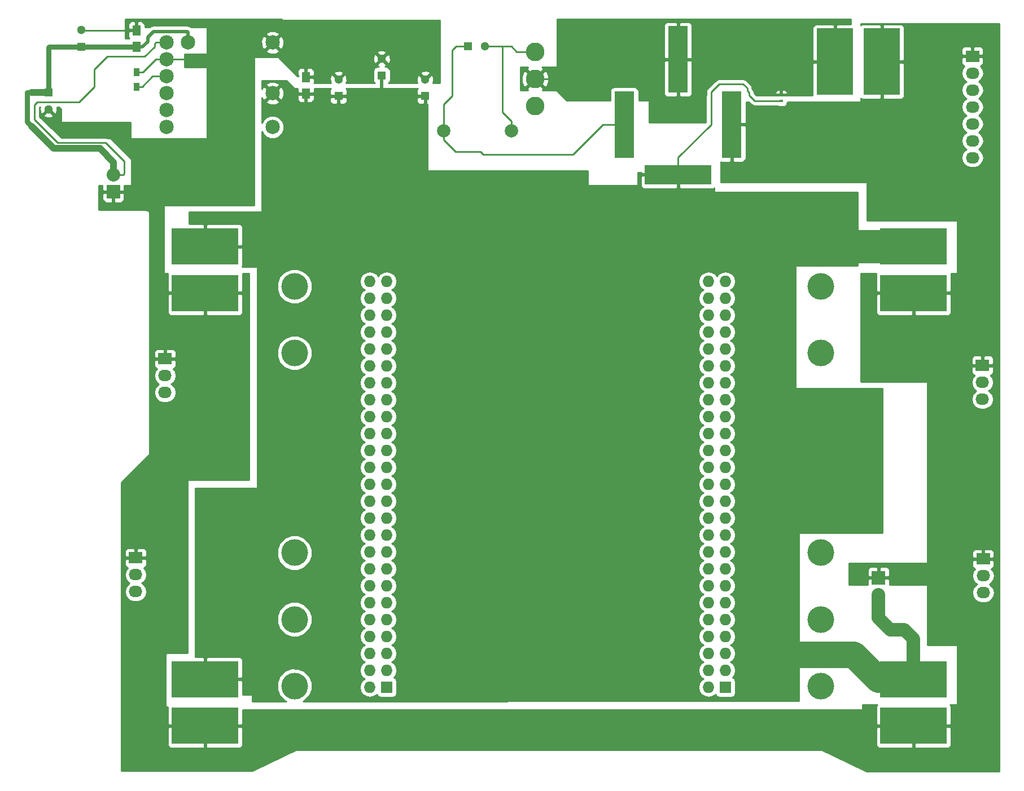
<source format=gbr>
G04 #@! TF.FileFunction,Copper,L1,Top,Signal*
%FSLAX46Y46*%
G04 Gerber Fmt 4.6, Leading zero omitted, Abs format (unit mm)*
G04 Created by KiCad (PCBNEW 4.0.5) date Wed Mar 22 03:01:49 2017*
%MOMM*%
%LPD*%
G01*
G04 APERTURE LIST*
%ADD10C,0.100000*%
%ADD11C,1.300000*%
%ADD12R,1.300000X1.300000*%
%ADD13R,1.250000X1.500000*%
%ADD14R,5.500000X10.000000*%
%ADD15R,10.000000X5.500000*%
%ADD16R,2.032000X2.032000*%
%ADD17O,2.032000X2.032000*%
%ADD18R,0.900000X1.200000*%
%ADD19R,3.000000X10.000000*%
%ADD20R,10.000000X3.000000*%
%ADD21C,2.800000*%
%ADD22C,2.160000*%
%ADD23C,4.000000*%
%ADD24R,2.032000X1.727200*%
%ADD25O,2.032000X1.727200*%
%ADD26R,1.727200X1.727200*%
%ADD27O,1.727200X1.727200*%
%ADD28C,1.998980*%
%ADD29R,0.600000X0.400000*%
%ADD30C,0.250000*%
%ADD31C,0.800000*%
%ADD32C,0.500000*%
%ADD33C,1.000000*%
%ADD34C,0.550000*%
%ADD35C,2.000000*%
%ADD36C,4.000000*%
%ADD37C,5.000000*%
%ADD38C,0.254000*%
G04 APERTURE END LIST*
D10*
D11*
X144250000Y-43750000D03*
D12*
X141750000Y-43750000D03*
D11*
X135300000Y-48700000D03*
D12*
X135300000Y-51200000D03*
D11*
X122300000Y-48700000D03*
D12*
X122300000Y-51200000D03*
D11*
X128800000Y-45600000D03*
D12*
X128800000Y-48100000D03*
D13*
X92000000Y-41350000D03*
X92000000Y-43850000D03*
D11*
X78800000Y-53200000D03*
D12*
X78800000Y-50700000D03*
D14*
X203800000Y-46050000D03*
X196800000Y-46050000D03*
D15*
X102300000Y-145800000D03*
X102300000Y-138800000D03*
X208550000Y-80800000D03*
X208550000Y-73800000D03*
D16*
X203300000Y-123550000D03*
D17*
X203300000Y-126090000D03*
D15*
X208550000Y-145800000D03*
X208550000Y-138800000D03*
X102300000Y-80800000D03*
X102300000Y-73800000D03*
D16*
X88550000Y-65590000D03*
D17*
X88550000Y-63050000D03*
D18*
X92000000Y-49800000D03*
X92000000Y-47600000D03*
D19*
X165200000Y-55500000D03*
X181300000Y-55500000D03*
D20*
X173250000Y-63000000D03*
D19*
X173250000Y-45700000D03*
D21*
X151800000Y-52749999D03*
X151800000Y-48649999D03*
X151800000Y-44550000D03*
D22*
X112420000Y-43180000D03*
X99720000Y-43180000D03*
X96550000Y-43180000D03*
X112420000Y-55880000D03*
X112420000Y-50800000D03*
X96550000Y-45720000D03*
X96550000Y-48260000D03*
X96550000Y-50800000D03*
X96550000Y-53340000D03*
X96550000Y-55880000D03*
D23*
X115720000Y-79800000D03*
X115720000Y-89800000D03*
X115720000Y-119800000D03*
X115720000Y-129800000D03*
X115720000Y-139800000D03*
X194680000Y-139800000D03*
X194680000Y-119800000D03*
X194680000Y-89800000D03*
X194680000Y-129800000D03*
X194680000Y-79800000D03*
D24*
X96300000Y-90660000D03*
D25*
X96300000Y-93200000D03*
X96300000Y-95740000D03*
D24*
X91900000Y-120560000D03*
D25*
X91900000Y-123100000D03*
X91900000Y-125640000D03*
D24*
X218900000Y-91660000D03*
D25*
X218900000Y-94200000D03*
X218900000Y-96740000D03*
D24*
X219000000Y-120720000D03*
D25*
X219000000Y-123260000D03*
X219000000Y-125800000D03*
D26*
X180340000Y-140000000D03*
D27*
X177800000Y-140000000D03*
X180340000Y-137460000D03*
X177800000Y-137460000D03*
X180340000Y-134920000D03*
X177800000Y-134920000D03*
X180340000Y-132380000D03*
X177800000Y-132380000D03*
X180340000Y-129840000D03*
X177800000Y-129840000D03*
X180340000Y-127300000D03*
X177800000Y-127300000D03*
X180340000Y-124760000D03*
X177800000Y-124760000D03*
X180340000Y-122220000D03*
X177800000Y-122220000D03*
X180340000Y-119680000D03*
X177800000Y-119680000D03*
X180340000Y-117140000D03*
X177800000Y-117140000D03*
X180340000Y-114600000D03*
X177800000Y-114600000D03*
X180340000Y-112060000D03*
X177800000Y-112060000D03*
X180340000Y-109520000D03*
X177800000Y-109520000D03*
X180340000Y-106980000D03*
X177800000Y-106980000D03*
X180340000Y-104440000D03*
X177800000Y-104440000D03*
X180340000Y-101900000D03*
X177800000Y-101900000D03*
X180340000Y-99360000D03*
X177800000Y-99360000D03*
X180340000Y-96820000D03*
X177800000Y-96820000D03*
X180340000Y-94280000D03*
X177800000Y-94280000D03*
X180340000Y-91740000D03*
X177800000Y-91740000D03*
X180340000Y-89200000D03*
X177800000Y-89200000D03*
X180340000Y-86660000D03*
X177800000Y-86660000D03*
X180340000Y-84120000D03*
X177800000Y-84120000D03*
X180340000Y-81580000D03*
X177800000Y-81580000D03*
X180340000Y-79040000D03*
X177800000Y-79040000D03*
D26*
X129540000Y-140000000D03*
D27*
X127000000Y-140000000D03*
X129540000Y-137460000D03*
X127000000Y-137460000D03*
X129540000Y-134920000D03*
X127000000Y-134920000D03*
X129540000Y-132380000D03*
X127000000Y-132380000D03*
X129540000Y-129840000D03*
X127000000Y-129840000D03*
X129540000Y-127300000D03*
X127000000Y-127300000D03*
X129540000Y-124760000D03*
X127000000Y-124760000D03*
X129540000Y-122220000D03*
X127000000Y-122220000D03*
X129540000Y-119680000D03*
X127000000Y-119680000D03*
X129540000Y-117140000D03*
X127000000Y-117140000D03*
X129540000Y-114600000D03*
X127000000Y-114600000D03*
X129540000Y-112060000D03*
X127000000Y-112060000D03*
X129540000Y-109520000D03*
X127000000Y-109520000D03*
X129540000Y-106980000D03*
X127000000Y-106980000D03*
X129540000Y-104440000D03*
X127000000Y-104440000D03*
X129540000Y-101900000D03*
X127000000Y-101900000D03*
X129540000Y-99360000D03*
X127000000Y-99360000D03*
X129540000Y-96820000D03*
X127000000Y-96820000D03*
X129540000Y-94280000D03*
X127000000Y-94280000D03*
X129540000Y-91740000D03*
X127000000Y-91740000D03*
X129540000Y-89200000D03*
X127000000Y-89200000D03*
X129540000Y-86660000D03*
X127000000Y-86660000D03*
X129540000Y-84120000D03*
X127000000Y-84120000D03*
X129540000Y-81580000D03*
X127000000Y-81580000D03*
X129540000Y-79040000D03*
X127000000Y-79040000D03*
D24*
X217400000Y-45220000D03*
D25*
X217400000Y-47760000D03*
X217400000Y-50300000D03*
X217400000Y-52840000D03*
X217400000Y-55380000D03*
X217400000Y-57920000D03*
X217400000Y-60460000D03*
D28*
X138120000Y-56400000D03*
X148280000Y-56400000D03*
D13*
X117400000Y-48350000D03*
X117400000Y-50850000D03*
D11*
X83700000Y-41300000D03*
D12*
X83700000Y-43800000D03*
D29*
X188700000Y-51950000D03*
X188700000Y-51050000D03*
D30*
X92000000Y-41350000D02*
X83750000Y-41350000D01*
X83750000Y-41350000D02*
X83700000Y-41300000D01*
X96550000Y-45720000D02*
X101580000Y-45720000D01*
X93000000Y-47600000D02*
X94880000Y-45720000D01*
X94880000Y-45720000D02*
X96550000Y-45720000D01*
X92000000Y-47600000D02*
X93000000Y-47600000D01*
X91950000Y-41300000D02*
X92000000Y-41350000D01*
X96320000Y-45950000D02*
X96550000Y-45720000D01*
D31*
X75600000Y-50700000D02*
X75600000Y-55100000D01*
X75600000Y-55100000D02*
X76300000Y-55800000D01*
X76300000Y-50700000D02*
X75600000Y-50700000D01*
D30*
X88550000Y-63050000D02*
X89986840Y-63050000D01*
X90200000Y-62836840D02*
X90200000Y-61000000D01*
X93200000Y-45300000D02*
X94700000Y-43800000D01*
X87400000Y-58200000D02*
X80200000Y-58200000D01*
X89986840Y-63050000D02*
X90200000Y-62836840D01*
X94700000Y-43400000D02*
X94920000Y-43180000D01*
X90200000Y-61000000D02*
X87400000Y-58200000D01*
X80200000Y-58200000D02*
X76700000Y-54700000D01*
X87600000Y-45300000D02*
X93200000Y-45300000D01*
X94700000Y-43800000D02*
X94700000Y-43400000D01*
X76700000Y-54700000D02*
X76700000Y-52500000D01*
X83400000Y-52100000D02*
X85700000Y-49800000D01*
X85700000Y-47200000D02*
X87600000Y-45300000D01*
X76700000Y-52500000D02*
X77100000Y-52100000D01*
X77100000Y-52100000D02*
X83400000Y-52100000D01*
X85700000Y-49800000D02*
X85700000Y-47200000D01*
X94920000Y-43180000D02*
X96550000Y-43180000D01*
D31*
X83700000Y-43800000D02*
X91950000Y-43800000D01*
D30*
X91950000Y-43800000D02*
X92000000Y-43850000D01*
X78800000Y-43900000D02*
X78900000Y-43800000D01*
D31*
X78900000Y-43800000D02*
X83700000Y-43800000D01*
D32*
X92000000Y-43850000D02*
X92875000Y-43850000D01*
X92875000Y-43850000D02*
X93700000Y-43025000D01*
X93700000Y-43025000D02*
X93700000Y-42400000D01*
X99720000Y-41620000D02*
X99720000Y-43180000D01*
X93700000Y-42400000D02*
X94600000Y-41500000D01*
X94600000Y-41500000D02*
X99600000Y-41500000D01*
X99600000Y-41500000D02*
X99720000Y-41620000D01*
D31*
X78800000Y-43900000D02*
X78800000Y-50700000D01*
D30*
X76200000Y-50600000D02*
X76300000Y-50700000D01*
D33*
X78800000Y-50700000D02*
X76300000Y-50700000D01*
X79600000Y-59100000D02*
X86500000Y-59100000D01*
X76300000Y-55800000D02*
X79600000Y-59100000D01*
X86500000Y-59100000D02*
X88550000Y-61150000D01*
X88550000Y-61150000D02*
X88550000Y-63050000D01*
D30*
X92900000Y-49800000D02*
X94440000Y-48260000D01*
X94440000Y-48260000D02*
X96550000Y-48260000D01*
X92000000Y-49800000D02*
X92900000Y-49800000D01*
X96440000Y-48150000D02*
X96550000Y-48260000D01*
X188700000Y-51950000D02*
X184750000Y-51950000D01*
X183600000Y-50400000D02*
X183600000Y-50000000D01*
X178200000Y-55500000D02*
X173250000Y-60450000D01*
X184750000Y-51950000D02*
X183900000Y-51100000D01*
X183900000Y-51100000D02*
X183900000Y-50700000D01*
X183900000Y-50700000D02*
X183600000Y-50400000D01*
X183600000Y-50000000D02*
X183000000Y-49400000D01*
X183000000Y-49400000D02*
X179400000Y-49400000D01*
X179400000Y-49400000D02*
X178200000Y-50600000D01*
X178200000Y-50600000D02*
X178200000Y-55500000D01*
X173250000Y-60450000D02*
X173250000Y-63000000D01*
D34*
X128800000Y-48100000D02*
X128800000Y-51100000D01*
D35*
X207200000Y-131400000D02*
X208550000Y-132750000D01*
X208550000Y-132750000D02*
X208550000Y-138800000D01*
X205100000Y-131400000D02*
X207200000Y-131400000D01*
X203300000Y-129600000D02*
X205100000Y-131400000D01*
X203300000Y-126090000D02*
X203300000Y-129600000D01*
D36*
X199600000Y-135100000D02*
X188400000Y-135100000D01*
X208550000Y-138800000D02*
X203300000Y-138800000D01*
X203300000Y-138800000D02*
X199600000Y-135100000D01*
D37*
X203300000Y-73800000D02*
X196300000Y-73800000D01*
D30*
X208550000Y-73800000D02*
X203300000Y-73800000D01*
X148250000Y-43750000D02*
X146900000Y-43750000D01*
X146900000Y-43750000D02*
X144250000Y-43750000D01*
X146900000Y-53606508D02*
X146900000Y-43750000D01*
X148280000Y-56400000D02*
X148280000Y-54986508D01*
X148280000Y-54986508D02*
X146900000Y-53606508D01*
X151800000Y-44550000D02*
X149050000Y-44550000D01*
X149050000Y-44550000D02*
X148250000Y-43750000D01*
X144000000Y-60000000D02*
X157500000Y-60000000D01*
X139906508Y-59600000D02*
X143600000Y-59600000D01*
X143600000Y-59600000D02*
X144000000Y-60000000D01*
X138120000Y-56400000D02*
X138120000Y-57813492D01*
X138120000Y-57813492D02*
X139906508Y-59600000D01*
X157500000Y-60000000D02*
X162000000Y-55500000D01*
X162000000Y-55500000D02*
X165200000Y-55500000D01*
X139400000Y-44300000D02*
X139950000Y-43750000D01*
X139950000Y-43750000D02*
X141750000Y-43750000D01*
X139400000Y-51200000D02*
X139400000Y-44300000D01*
X138120000Y-52480000D02*
X139400000Y-51200000D01*
X138120000Y-56400000D02*
X138120000Y-52480000D01*
X157500000Y-49500000D02*
X157400000Y-49400000D01*
X157400000Y-49400000D02*
X157200000Y-49200000D01*
X151800000Y-48649999D02*
X153779898Y-48649999D01*
X153779898Y-48649999D02*
X154529899Y-49400000D01*
X154529899Y-49400000D02*
X157400000Y-49400000D01*
X157200000Y-49200000D02*
X156649999Y-48649999D01*
X157750000Y-49750000D02*
X157200000Y-49200000D01*
X172900001Y-48649999D02*
X173050000Y-48500000D01*
D38*
G36*
X115660197Y-50089803D02*
X115702211Y-50117666D01*
X115750000Y-50127000D01*
X116140000Y-50127000D01*
X116140000Y-50564250D01*
X116298750Y-50723000D01*
X117273000Y-50723000D01*
X117273000Y-50703000D01*
X117527000Y-50703000D01*
X117527000Y-50723000D01*
X118501250Y-50723000D01*
X118660000Y-50564250D01*
X118660000Y-50127000D01*
X121174975Y-50127000D01*
X121111673Y-50190302D01*
X121015000Y-50423691D01*
X121015000Y-50914250D01*
X121173750Y-51073000D01*
X122173000Y-51073000D01*
X122173000Y-51053000D01*
X122427000Y-51053000D01*
X122427000Y-51073000D01*
X123426250Y-51073000D01*
X123585000Y-50914250D01*
X123585000Y-50423691D01*
X123488327Y-50190302D01*
X123425025Y-50127000D01*
X134174975Y-50127000D01*
X134111673Y-50190302D01*
X134015000Y-50423691D01*
X134015000Y-50914250D01*
X134173750Y-51073000D01*
X135173000Y-51073000D01*
X135173000Y-51053000D01*
X135427000Y-51053000D01*
X135427000Y-51073000D01*
X135447000Y-51073000D01*
X135447000Y-51327000D01*
X135427000Y-51327000D01*
X135427000Y-52326250D01*
X135585750Y-52485000D01*
X135673000Y-52485000D01*
X135673000Y-62300000D01*
X135683006Y-62349410D01*
X135711447Y-62391035D01*
X135753841Y-62418315D01*
X135800000Y-62427000D01*
X159673000Y-62427000D01*
X159673000Y-64550000D01*
X159683006Y-64599410D01*
X159711447Y-64641035D01*
X159753841Y-64668315D01*
X159800000Y-64677000D01*
X167050000Y-64677000D01*
X167099410Y-64666994D01*
X167141035Y-64638553D01*
X167168315Y-64596159D01*
X167177000Y-64550000D01*
X167177000Y-63285750D01*
X167615000Y-63285750D01*
X167615000Y-64626309D01*
X167711673Y-64859698D01*
X167890301Y-65038327D01*
X168123690Y-65135000D01*
X172964250Y-65135000D01*
X173123000Y-64976250D01*
X173123000Y-63127000D01*
X167773750Y-63127000D01*
X167615000Y-63285750D01*
X167177000Y-63285750D01*
X167177000Y-62677000D01*
X167615000Y-62677000D01*
X167615000Y-62714250D01*
X167773750Y-62873000D01*
X173123000Y-62873000D01*
X173123000Y-62853000D01*
X173377000Y-62853000D01*
X173377000Y-62873000D01*
X173397000Y-62873000D01*
X173397000Y-63127000D01*
X173377000Y-63127000D01*
X173377000Y-64976250D01*
X173535750Y-65135000D01*
X178376310Y-65135000D01*
X178609699Y-65038327D01*
X178673000Y-64975026D01*
X178673000Y-65550000D01*
X178683006Y-65599410D01*
X178711447Y-65641035D01*
X178753841Y-65668315D01*
X178800000Y-65677000D01*
X200173000Y-65677000D01*
X200173000Y-76673000D01*
X191000000Y-76673000D01*
X190950590Y-76683006D01*
X190908965Y-76711447D01*
X190881685Y-76753841D01*
X190873000Y-76800000D01*
X190873000Y-95000000D01*
X190883006Y-95049410D01*
X190911447Y-95091035D01*
X190953841Y-95118315D01*
X191000000Y-95127000D01*
X203873000Y-95127000D01*
X203873000Y-116773000D01*
X191500000Y-116773000D01*
X191450590Y-116783006D01*
X191408965Y-116811447D01*
X191381685Y-116853841D01*
X191373000Y-116900000D01*
X191373000Y-142073000D01*
X177899908Y-142073000D01*
X117011720Y-142117346D01*
X117210658Y-142035147D01*
X117952542Y-141294557D01*
X118354542Y-140326433D01*
X118355457Y-139278166D01*
X117955147Y-138309342D01*
X117214557Y-137567458D01*
X116246433Y-137165458D01*
X115198166Y-137164543D01*
X114229342Y-137564853D01*
X113487458Y-138305443D01*
X113085458Y-139273567D01*
X113084543Y-140321834D01*
X113484853Y-141290658D01*
X114225443Y-142032542D01*
X114434196Y-142119224D01*
X109377000Y-142122907D01*
X109377000Y-141250000D01*
X109366994Y-141200590D01*
X109338553Y-141158965D01*
X109296159Y-141131685D01*
X109250000Y-141123000D01*
X107935000Y-141123000D01*
X107935000Y-139085750D01*
X107776250Y-138927000D01*
X102427000Y-138927000D01*
X102427000Y-138947000D01*
X102173000Y-138947000D01*
X102173000Y-138927000D01*
X102153000Y-138927000D01*
X102153000Y-138673000D01*
X102173000Y-138673000D01*
X102173000Y-135573750D01*
X102427000Y-135573750D01*
X102427000Y-138673000D01*
X107776250Y-138673000D01*
X107935000Y-138514250D01*
X107935000Y-135923691D01*
X107838327Y-135690302D01*
X107659699Y-135511673D01*
X107426310Y-135415000D01*
X102585750Y-135415000D01*
X102427000Y-135573750D01*
X102173000Y-135573750D01*
X102014250Y-135415000D01*
X100867664Y-135415000D01*
X100859516Y-130321834D01*
X113084543Y-130321834D01*
X113484853Y-131290658D01*
X114225443Y-132032542D01*
X115193567Y-132434542D01*
X116241834Y-132435457D01*
X117210658Y-132035147D01*
X117952542Y-131294557D01*
X118354542Y-130326433D01*
X118355457Y-129278166D01*
X117955147Y-128309342D01*
X117214557Y-127567458D01*
X116246433Y-127165458D01*
X115198166Y-127164543D01*
X114229342Y-127564853D01*
X113487458Y-128305443D01*
X113085458Y-129273567D01*
X113084543Y-130321834D01*
X100859516Y-130321834D01*
X100843516Y-120321834D01*
X113084543Y-120321834D01*
X113484853Y-121290658D01*
X114225443Y-122032542D01*
X115193567Y-122434542D01*
X116241834Y-122435457D01*
X117210658Y-122035147D01*
X117952542Y-121294557D01*
X118354542Y-120326433D01*
X118355457Y-119278166D01*
X117955147Y-118309342D01*
X117214557Y-117567458D01*
X116246433Y-117165458D01*
X115198166Y-117164543D01*
X114229342Y-117564853D01*
X113487458Y-118305443D01*
X113085458Y-119273567D01*
X113084543Y-120321834D01*
X100843516Y-120321834D01*
X100827204Y-110127000D01*
X110000000Y-110127000D01*
X110049410Y-110116994D01*
X110091035Y-110088553D01*
X110118315Y-110046159D01*
X110127000Y-110000000D01*
X110127000Y-90321834D01*
X113084543Y-90321834D01*
X113484853Y-91290658D01*
X114225443Y-92032542D01*
X115193567Y-92434542D01*
X116241834Y-92435457D01*
X117210658Y-92035147D01*
X117952542Y-91294557D01*
X118354542Y-90326433D01*
X118355457Y-89278166D01*
X117955147Y-88309342D01*
X117214557Y-87567458D01*
X116246433Y-87165458D01*
X115198166Y-87164543D01*
X114229342Y-87564853D01*
X113487458Y-88305443D01*
X113085458Y-89273567D01*
X113084543Y-90321834D01*
X110127000Y-90321834D01*
X110127000Y-80321834D01*
X113084543Y-80321834D01*
X113484853Y-81290658D01*
X114225443Y-82032542D01*
X115193567Y-82434542D01*
X116241834Y-82435457D01*
X117210658Y-82035147D01*
X117952542Y-81294557D01*
X118354542Y-80326433D01*
X118355457Y-79278166D01*
X118257049Y-79040000D01*
X125472041Y-79040000D01*
X125586115Y-79613489D01*
X125910971Y-80099670D01*
X126225752Y-80310000D01*
X125910971Y-80520330D01*
X125586115Y-81006511D01*
X125472041Y-81580000D01*
X125586115Y-82153489D01*
X125910971Y-82639670D01*
X126225752Y-82850000D01*
X125910971Y-83060330D01*
X125586115Y-83546511D01*
X125472041Y-84120000D01*
X125586115Y-84693489D01*
X125910971Y-85179670D01*
X126225752Y-85390000D01*
X125910971Y-85600330D01*
X125586115Y-86086511D01*
X125472041Y-86660000D01*
X125586115Y-87233489D01*
X125910971Y-87719670D01*
X126225752Y-87930000D01*
X125910971Y-88140330D01*
X125586115Y-88626511D01*
X125472041Y-89200000D01*
X125586115Y-89773489D01*
X125910971Y-90259670D01*
X126225752Y-90470000D01*
X125910971Y-90680330D01*
X125586115Y-91166511D01*
X125472041Y-91740000D01*
X125586115Y-92313489D01*
X125910971Y-92799670D01*
X126225752Y-93010000D01*
X125910971Y-93220330D01*
X125586115Y-93706511D01*
X125472041Y-94280000D01*
X125586115Y-94853489D01*
X125910971Y-95339670D01*
X126225752Y-95550000D01*
X125910971Y-95760330D01*
X125586115Y-96246511D01*
X125472041Y-96820000D01*
X125586115Y-97393489D01*
X125910971Y-97879670D01*
X126225752Y-98090000D01*
X125910971Y-98300330D01*
X125586115Y-98786511D01*
X125472041Y-99360000D01*
X125586115Y-99933489D01*
X125910971Y-100419670D01*
X126225752Y-100630000D01*
X125910971Y-100840330D01*
X125586115Y-101326511D01*
X125472041Y-101900000D01*
X125586115Y-102473489D01*
X125910971Y-102959670D01*
X126225752Y-103170000D01*
X125910971Y-103380330D01*
X125586115Y-103866511D01*
X125472041Y-104440000D01*
X125586115Y-105013489D01*
X125910971Y-105499670D01*
X126225752Y-105710000D01*
X125910971Y-105920330D01*
X125586115Y-106406511D01*
X125472041Y-106980000D01*
X125586115Y-107553489D01*
X125910971Y-108039670D01*
X126225752Y-108250000D01*
X125910971Y-108460330D01*
X125586115Y-108946511D01*
X125472041Y-109520000D01*
X125586115Y-110093489D01*
X125910971Y-110579670D01*
X126225752Y-110790000D01*
X125910971Y-111000330D01*
X125586115Y-111486511D01*
X125472041Y-112060000D01*
X125586115Y-112633489D01*
X125910971Y-113119670D01*
X126225752Y-113330000D01*
X125910971Y-113540330D01*
X125586115Y-114026511D01*
X125472041Y-114600000D01*
X125586115Y-115173489D01*
X125910971Y-115659670D01*
X126225752Y-115870000D01*
X125910971Y-116080330D01*
X125586115Y-116566511D01*
X125472041Y-117140000D01*
X125586115Y-117713489D01*
X125910971Y-118199670D01*
X126225752Y-118410000D01*
X125910971Y-118620330D01*
X125586115Y-119106511D01*
X125472041Y-119680000D01*
X125586115Y-120253489D01*
X125910971Y-120739670D01*
X126225752Y-120950000D01*
X125910971Y-121160330D01*
X125586115Y-121646511D01*
X125472041Y-122220000D01*
X125586115Y-122793489D01*
X125910971Y-123279670D01*
X126225752Y-123490000D01*
X125910971Y-123700330D01*
X125586115Y-124186511D01*
X125472041Y-124760000D01*
X125586115Y-125333489D01*
X125910971Y-125819670D01*
X126225752Y-126030000D01*
X125910971Y-126240330D01*
X125586115Y-126726511D01*
X125472041Y-127300000D01*
X125586115Y-127873489D01*
X125910971Y-128359670D01*
X126225752Y-128570000D01*
X125910971Y-128780330D01*
X125586115Y-129266511D01*
X125472041Y-129840000D01*
X125586115Y-130413489D01*
X125910971Y-130899670D01*
X126225752Y-131110000D01*
X125910971Y-131320330D01*
X125586115Y-131806511D01*
X125472041Y-132380000D01*
X125586115Y-132953489D01*
X125910971Y-133439670D01*
X126225752Y-133650000D01*
X125910971Y-133860330D01*
X125586115Y-134346511D01*
X125472041Y-134920000D01*
X125586115Y-135493489D01*
X125910971Y-135979670D01*
X126225752Y-136190000D01*
X125910971Y-136400330D01*
X125586115Y-136886511D01*
X125472041Y-137460000D01*
X125586115Y-138033489D01*
X125910971Y-138519670D01*
X126225752Y-138730000D01*
X125910971Y-138940330D01*
X125586115Y-139426511D01*
X125472041Y-140000000D01*
X125586115Y-140573489D01*
X125910971Y-141059670D01*
X126397152Y-141384526D01*
X126970641Y-141498600D01*
X127029359Y-141498600D01*
X127602848Y-141384526D01*
X128068442Y-141073426D01*
X128073238Y-141098917D01*
X128212310Y-141315041D01*
X128424510Y-141460031D01*
X128676400Y-141511040D01*
X130403600Y-141511040D01*
X130638917Y-141466762D01*
X130855041Y-141327690D01*
X131000031Y-141115490D01*
X131051040Y-140863600D01*
X131051040Y-139136400D01*
X131006762Y-138901083D01*
X130867690Y-138684959D01*
X130655490Y-138539969D01*
X130611869Y-138531136D01*
X130629029Y-138519670D01*
X130953885Y-138033489D01*
X131067959Y-137460000D01*
X130953885Y-136886511D01*
X130629029Y-136400330D01*
X130314248Y-136190000D01*
X130629029Y-135979670D01*
X130953885Y-135493489D01*
X131067959Y-134920000D01*
X130953885Y-134346511D01*
X130629029Y-133860330D01*
X130314248Y-133650000D01*
X130629029Y-133439670D01*
X130953885Y-132953489D01*
X131067959Y-132380000D01*
X130953885Y-131806511D01*
X130629029Y-131320330D01*
X130314248Y-131110000D01*
X130629029Y-130899670D01*
X130953885Y-130413489D01*
X131067959Y-129840000D01*
X130953885Y-129266511D01*
X130629029Y-128780330D01*
X130314248Y-128570000D01*
X130629029Y-128359670D01*
X130953885Y-127873489D01*
X131067959Y-127300000D01*
X130953885Y-126726511D01*
X130629029Y-126240330D01*
X130314248Y-126030000D01*
X130629029Y-125819670D01*
X130953885Y-125333489D01*
X131067959Y-124760000D01*
X130953885Y-124186511D01*
X130629029Y-123700330D01*
X130314248Y-123490000D01*
X130629029Y-123279670D01*
X130953885Y-122793489D01*
X131067959Y-122220000D01*
X130953885Y-121646511D01*
X130629029Y-121160330D01*
X130314248Y-120950000D01*
X130629029Y-120739670D01*
X130953885Y-120253489D01*
X131067959Y-119680000D01*
X130953885Y-119106511D01*
X130629029Y-118620330D01*
X130314248Y-118410000D01*
X130629029Y-118199670D01*
X130953885Y-117713489D01*
X131067959Y-117140000D01*
X130953885Y-116566511D01*
X130629029Y-116080330D01*
X130314248Y-115870000D01*
X130629029Y-115659670D01*
X130953885Y-115173489D01*
X131067959Y-114600000D01*
X130953885Y-114026511D01*
X130629029Y-113540330D01*
X130314248Y-113330000D01*
X130629029Y-113119670D01*
X130953885Y-112633489D01*
X131067959Y-112060000D01*
X130953885Y-111486511D01*
X130629029Y-111000330D01*
X130314248Y-110790000D01*
X130629029Y-110579670D01*
X130953885Y-110093489D01*
X131067959Y-109520000D01*
X130953885Y-108946511D01*
X130629029Y-108460330D01*
X130314248Y-108250000D01*
X130629029Y-108039670D01*
X130953885Y-107553489D01*
X131067959Y-106980000D01*
X130953885Y-106406511D01*
X130629029Y-105920330D01*
X130314248Y-105710000D01*
X130629029Y-105499670D01*
X130953885Y-105013489D01*
X131067959Y-104440000D01*
X130953885Y-103866511D01*
X130629029Y-103380330D01*
X130314248Y-103170000D01*
X130629029Y-102959670D01*
X130953885Y-102473489D01*
X131067959Y-101900000D01*
X130953885Y-101326511D01*
X130629029Y-100840330D01*
X130314248Y-100630000D01*
X130629029Y-100419670D01*
X130953885Y-99933489D01*
X131067959Y-99360000D01*
X130953885Y-98786511D01*
X130629029Y-98300330D01*
X130314248Y-98090000D01*
X130629029Y-97879670D01*
X130953885Y-97393489D01*
X131067959Y-96820000D01*
X130953885Y-96246511D01*
X130629029Y-95760330D01*
X130314248Y-95550000D01*
X130629029Y-95339670D01*
X130953885Y-94853489D01*
X131067959Y-94280000D01*
X130953885Y-93706511D01*
X130629029Y-93220330D01*
X130314248Y-93010000D01*
X130629029Y-92799670D01*
X130953885Y-92313489D01*
X131067959Y-91740000D01*
X130953885Y-91166511D01*
X130629029Y-90680330D01*
X130314248Y-90470000D01*
X130629029Y-90259670D01*
X130953885Y-89773489D01*
X131067959Y-89200000D01*
X130953885Y-88626511D01*
X130629029Y-88140330D01*
X130314248Y-87930000D01*
X130629029Y-87719670D01*
X130953885Y-87233489D01*
X131067959Y-86660000D01*
X130953885Y-86086511D01*
X130629029Y-85600330D01*
X130314248Y-85390000D01*
X130629029Y-85179670D01*
X130953885Y-84693489D01*
X131067959Y-84120000D01*
X130953885Y-83546511D01*
X130629029Y-83060330D01*
X130314248Y-82850000D01*
X130629029Y-82639670D01*
X130953885Y-82153489D01*
X131067959Y-81580000D01*
X130953885Y-81006511D01*
X130629029Y-80520330D01*
X130314248Y-80310000D01*
X130629029Y-80099670D01*
X130953885Y-79613489D01*
X131067959Y-79040000D01*
X176272041Y-79040000D01*
X176386115Y-79613489D01*
X176710971Y-80099670D01*
X177025752Y-80310000D01*
X176710971Y-80520330D01*
X176386115Y-81006511D01*
X176272041Y-81580000D01*
X176386115Y-82153489D01*
X176710971Y-82639670D01*
X177025752Y-82850000D01*
X176710971Y-83060330D01*
X176386115Y-83546511D01*
X176272041Y-84120000D01*
X176386115Y-84693489D01*
X176710971Y-85179670D01*
X177025752Y-85390000D01*
X176710971Y-85600330D01*
X176386115Y-86086511D01*
X176272041Y-86660000D01*
X176386115Y-87233489D01*
X176710971Y-87719670D01*
X177025752Y-87930000D01*
X176710971Y-88140330D01*
X176386115Y-88626511D01*
X176272041Y-89200000D01*
X176386115Y-89773489D01*
X176710971Y-90259670D01*
X177025752Y-90470000D01*
X176710971Y-90680330D01*
X176386115Y-91166511D01*
X176272041Y-91740000D01*
X176386115Y-92313489D01*
X176710971Y-92799670D01*
X177025752Y-93010000D01*
X176710971Y-93220330D01*
X176386115Y-93706511D01*
X176272041Y-94280000D01*
X176386115Y-94853489D01*
X176710971Y-95339670D01*
X177025752Y-95550000D01*
X176710971Y-95760330D01*
X176386115Y-96246511D01*
X176272041Y-96820000D01*
X176386115Y-97393489D01*
X176710971Y-97879670D01*
X177025752Y-98090000D01*
X176710971Y-98300330D01*
X176386115Y-98786511D01*
X176272041Y-99360000D01*
X176386115Y-99933489D01*
X176710971Y-100419670D01*
X177025752Y-100630000D01*
X176710971Y-100840330D01*
X176386115Y-101326511D01*
X176272041Y-101900000D01*
X176386115Y-102473489D01*
X176710971Y-102959670D01*
X177025752Y-103170000D01*
X176710971Y-103380330D01*
X176386115Y-103866511D01*
X176272041Y-104440000D01*
X176386115Y-105013489D01*
X176710971Y-105499670D01*
X177025752Y-105710000D01*
X176710971Y-105920330D01*
X176386115Y-106406511D01*
X176272041Y-106980000D01*
X176386115Y-107553489D01*
X176710971Y-108039670D01*
X177025752Y-108250000D01*
X176710971Y-108460330D01*
X176386115Y-108946511D01*
X176272041Y-109520000D01*
X176386115Y-110093489D01*
X176710971Y-110579670D01*
X177025752Y-110790000D01*
X176710971Y-111000330D01*
X176386115Y-111486511D01*
X176272041Y-112060000D01*
X176386115Y-112633489D01*
X176710971Y-113119670D01*
X177025752Y-113330000D01*
X176710971Y-113540330D01*
X176386115Y-114026511D01*
X176272041Y-114600000D01*
X176386115Y-115173489D01*
X176710971Y-115659670D01*
X177025752Y-115870000D01*
X176710971Y-116080330D01*
X176386115Y-116566511D01*
X176272041Y-117140000D01*
X176386115Y-117713489D01*
X176710971Y-118199670D01*
X177025752Y-118410000D01*
X176710971Y-118620330D01*
X176386115Y-119106511D01*
X176272041Y-119680000D01*
X176386115Y-120253489D01*
X176710971Y-120739670D01*
X177025752Y-120950000D01*
X176710971Y-121160330D01*
X176386115Y-121646511D01*
X176272041Y-122220000D01*
X176386115Y-122793489D01*
X176710971Y-123279670D01*
X177025752Y-123490000D01*
X176710971Y-123700330D01*
X176386115Y-124186511D01*
X176272041Y-124760000D01*
X176386115Y-125333489D01*
X176710971Y-125819670D01*
X177025752Y-126030000D01*
X176710971Y-126240330D01*
X176386115Y-126726511D01*
X176272041Y-127300000D01*
X176386115Y-127873489D01*
X176710971Y-128359670D01*
X177025752Y-128570000D01*
X176710971Y-128780330D01*
X176386115Y-129266511D01*
X176272041Y-129840000D01*
X176386115Y-130413489D01*
X176710971Y-130899670D01*
X177025752Y-131110000D01*
X176710971Y-131320330D01*
X176386115Y-131806511D01*
X176272041Y-132380000D01*
X176386115Y-132953489D01*
X176710971Y-133439670D01*
X177025752Y-133650000D01*
X176710971Y-133860330D01*
X176386115Y-134346511D01*
X176272041Y-134920000D01*
X176386115Y-135493489D01*
X176710971Y-135979670D01*
X177025752Y-136190000D01*
X176710971Y-136400330D01*
X176386115Y-136886511D01*
X176272041Y-137460000D01*
X176386115Y-138033489D01*
X176710971Y-138519670D01*
X177025752Y-138730000D01*
X176710971Y-138940330D01*
X176386115Y-139426511D01*
X176272041Y-140000000D01*
X176386115Y-140573489D01*
X176710971Y-141059670D01*
X177197152Y-141384526D01*
X177770641Y-141498600D01*
X177829359Y-141498600D01*
X178402848Y-141384526D01*
X178868442Y-141073426D01*
X178873238Y-141098917D01*
X179012310Y-141315041D01*
X179224510Y-141460031D01*
X179476400Y-141511040D01*
X181203600Y-141511040D01*
X181438917Y-141466762D01*
X181655041Y-141327690D01*
X181800031Y-141115490D01*
X181851040Y-140863600D01*
X181851040Y-139136400D01*
X181806762Y-138901083D01*
X181667690Y-138684959D01*
X181455490Y-138539969D01*
X181411869Y-138531136D01*
X181429029Y-138519670D01*
X181753885Y-138033489D01*
X181867959Y-137460000D01*
X181753885Y-136886511D01*
X181429029Y-136400330D01*
X181114248Y-136190000D01*
X181429029Y-135979670D01*
X181753885Y-135493489D01*
X181867959Y-134920000D01*
X181753885Y-134346511D01*
X181429029Y-133860330D01*
X181114248Y-133650000D01*
X181429029Y-133439670D01*
X181753885Y-132953489D01*
X181867959Y-132380000D01*
X181753885Y-131806511D01*
X181429029Y-131320330D01*
X181114248Y-131110000D01*
X181429029Y-130899670D01*
X181753885Y-130413489D01*
X181867959Y-129840000D01*
X181753885Y-129266511D01*
X181429029Y-128780330D01*
X181114248Y-128570000D01*
X181429029Y-128359670D01*
X181753885Y-127873489D01*
X181867959Y-127300000D01*
X181753885Y-126726511D01*
X181429029Y-126240330D01*
X181114248Y-126030000D01*
X181429029Y-125819670D01*
X181753885Y-125333489D01*
X181867959Y-124760000D01*
X181753885Y-124186511D01*
X181429029Y-123700330D01*
X181114248Y-123490000D01*
X181429029Y-123279670D01*
X181753885Y-122793489D01*
X181867959Y-122220000D01*
X181753885Y-121646511D01*
X181429029Y-121160330D01*
X181114248Y-120950000D01*
X181429029Y-120739670D01*
X181753885Y-120253489D01*
X181867959Y-119680000D01*
X181753885Y-119106511D01*
X181429029Y-118620330D01*
X181114248Y-118410000D01*
X181429029Y-118199670D01*
X181753885Y-117713489D01*
X181867959Y-117140000D01*
X181753885Y-116566511D01*
X181429029Y-116080330D01*
X181114248Y-115870000D01*
X181429029Y-115659670D01*
X181753885Y-115173489D01*
X181867959Y-114600000D01*
X181753885Y-114026511D01*
X181429029Y-113540330D01*
X181114248Y-113330000D01*
X181429029Y-113119670D01*
X181753885Y-112633489D01*
X181867959Y-112060000D01*
X181753885Y-111486511D01*
X181429029Y-111000330D01*
X181114248Y-110790000D01*
X181429029Y-110579670D01*
X181753885Y-110093489D01*
X181867959Y-109520000D01*
X181753885Y-108946511D01*
X181429029Y-108460330D01*
X181114248Y-108250000D01*
X181429029Y-108039670D01*
X181753885Y-107553489D01*
X181867959Y-106980000D01*
X181753885Y-106406511D01*
X181429029Y-105920330D01*
X181114248Y-105710000D01*
X181429029Y-105499670D01*
X181753885Y-105013489D01*
X181867959Y-104440000D01*
X181753885Y-103866511D01*
X181429029Y-103380330D01*
X181114248Y-103170000D01*
X181429029Y-102959670D01*
X181753885Y-102473489D01*
X181867959Y-101900000D01*
X181753885Y-101326511D01*
X181429029Y-100840330D01*
X181114248Y-100630000D01*
X181429029Y-100419670D01*
X181753885Y-99933489D01*
X181867959Y-99360000D01*
X181753885Y-98786511D01*
X181429029Y-98300330D01*
X181114248Y-98090000D01*
X181429029Y-97879670D01*
X181753885Y-97393489D01*
X181867959Y-96820000D01*
X181753885Y-96246511D01*
X181429029Y-95760330D01*
X181114248Y-95550000D01*
X181429029Y-95339670D01*
X181753885Y-94853489D01*
X181867959Y-94280000D01*
X181753885Y-93706511D01*
X181429029Y-93220330D01*
X181114248Y-93010000D01*
X181429029Y-92799670D01*
X181753885Y-92313489D01*
X181867959Y-91740000D01*
X181753885Y-91166511D01*
X181429029Y-90680330D01*
X181114248Y-90470000D01*
X181429029Y-90259670D01*
X181753885Y-89773489D01*
X181867959Y-89200000D01*
X181753885Y-88626511D01*
X181429029Y-88140330D01*
X181114248Y-87930000D01*
X181429029Y-87719670D01*
X181753885Y-87233489D01*
X181867959Y-86660000D01*
X181753885Y-86086511D01*
X181429029Y-85600330D01*
X181114248Y-85390000D01*
X181429029Y-85179670D01*
X181753885Y-84693489D01*
X181867959Y-84120000D01*
X181753885Y-83546511D01*
X181429029Y-83060330D01*
X181114248Y-82850000D01*
X181429029Y-82639670D01*
X181753885Y-82153489D01*
X181867959Y-81580000D01*
X181753885Y-81006511D01*
X181429029Y-80520330D01*
X181114248Y-80310000D01*
X181429029Y-80099670D01*
X181753885Y-79613489D01*
X181867959Y-79040000D01*
X181753885Y-78466511D01*
X181429029Y-77980330D01*
X180942848Y-77655474D01*
X180369359Y-77541400D01*
X180310641Y-77541400D01*
X179737152Y-77655474D01*
X179250971Y-77980330D01*
X179070000Y-78251172D01*
X178889029Y-77980330D01*
X178402848Y-77655474D01*
X177829359Y-77541400D01*
X177770641Y-77541400D01*
X177197152Y-77655474D01*
X176710971Y-77980330D01*
X176386115Y-78466511D01*
X176272041Y-79040000D01*
X131067959Y-79040000D01*
X130953885Y-78466511D01*
X130629029Y-77980330D01*
X130142848Y-77655474D01*
X129569359Y-77541400D01*
X129510641Y-77541400D01*
X128937152Y-77655474D01*
X128450971Y-77980330D01*
X128270000Y-78251172D01*
X128089029Y-77980330D01*
X127602848Y-77655474D01*
X127029359Y-77541400D01*
X126970641Y-77541400D01*
X126397152Y-77655474D01*
X125910971Y-77980330D01*
X125586115Y-78466511D01*
X125472041Y-79040000D01*
X118257049Y-79040000D01*
X117955147Y-78309342D01*
X117214557Y-77567458D01*
X116246433Y-77165458D01*
X115198166Y-77164543D01*
X114229342Y-77564853D01*
X113487458Y-78305443D01*
X113085458Y-79273567D01*
X113084543Y-80321834D01*
X110127000Y-80321834D01*
X110127000Y-77000000D01*
X110116994Y-76950590D01*
X110088553Y-76908965D01*
X110046159Y-76881685D01*
X110000000Y-76873000D01*
X107853528Y-76873000D01*
X107935000Y-76676309D01*
X107935000Y-74085750D01*
X107776250Y-73927000D01*
X102427000Y-73927000D01*
X102427000Y-73947000D01*
X102173000Y-73947000D01*
X102173000Y-73927000D01*
X102153000Y-73927000D01*
X102153000Y-73673000D01*
X102173000Y-73673000D01*
X102173000Y-70573750D01*
X102427000Y-70573750D01*
X102427000Y-73673000D01*
X107776250Y-73673000D01*
X107935000Y-73514250D01*
X107935000Y-70923691D01*
X107838327Y-70690302D01*
X107659699Y-70511673D01*
X107426310Y-70415000D01*
X102585750Y-70415000D01*
X102427000Y-70573750D01*
X102173000Y-70573750D01*
X102014250Y-70415000D01*
X99877000Y-70415000D01*
X99877000Y-68627000D01*
X110700000Y-68627000D01*
X110749410Y-68616994D01*
X110791035Y-68588553D01*
X110818315Y-68546159D01*
X110827000Y-68500000D01*
X110827000Y-56515619D01*
X110965246Y-56850200D01*
X111447262Y-57333059D01*
X112077369Y-57594702D01*
X112759638Y-57595297D01*
X113390200Y-57334754D01*
X113873059Y-56852738D01*
X114134702Y-56222631D01*
X114135297Y-55540362D01*
X113874754Y-54909800D01*
X113392738Y-54426941D01*
X112762631Y-54165298D01*
X112080362Y-54164703D01*
X111449800Y-54425246D01*
X110966941Y-54907262D01*
X110827000Y-55244278D01*
X110827000Y-52010403D01*
X111389202Y-52010403D01*
X111497658Y-52285559D01*
X112136367Y-52525442D01*
X112818255Y-52502642D01*
X113342342Y-52285559D01*
X113450798Y-52010403D01*
X112420000Y-50979605D01*
X111389202Y-52010403D01*
X110827000Y-52010403D01*
X110827000Y-51462955D01*
X110934441Y-51722342D01*
X111209597Y-51830798D01*
X112240395Y-50800000D01*
X112599605Y-50800000D01*
X113630403Y-51830798D01*
X113905559Y-51722342D01*
X114125868Y-51135750D01*
X116140000Y-51135750D01*
X116140000Y-51726309D01*
X116236673Y-51959698D01*
X116415301Y-52138327D01*
X116648690Y-52235000D01*
X117114250Y-52235000D01*
X117273000Y-52076250D01*
X117273000Y-50977000D01*
X117527000Y-50977000D01*
X117527000Y-52076250D01*
X117685750Y-52235000D01*
X118151310Y-52235000D01*
X118384699Y-52138327D01*
X118563327Y-51959698D01*
X118660000Y-51726309D01*
X118660000Y-51485750D01*
X121015000Y-51485750D01*
X121015000Y-51976309D01*
X121111673Y-52209698D01*
X121290301Y-52388327D01*
X121523690Y-52485000D01*
X122014250Y-52485000D01*
X122173000Y-52326250D01*
X122173000Y-51327000D01*
X122427000Y-51327000D01*
X122427000Y-52326250D01*
X122585750Y-52485000D01*
X123076310Y-52485000D01*
X123309699Y-52388327D01*
X123488327Y-52209698D01*
X123585000Y-51976309D01*
X123585000Y-51485750D01*
X134015000Y-51485750D01*
X134015000Y-51976309D01*
X134111673Y-52209698D01*
X134290301Y-52388327D01*
X134523690Y-52485000D01*
X135014250Y-52485000D01*
X135173000Y-52326250D01*
X135173000Y-51327000D01*
X134173750Y-51327000D01*
X134015000Y-51485750D01*
X123585000Y-51485750D01*
X123426250Y-51327000D01*
X122427000Y-51327000D01*
X122173000Y-51327000D01*
X121173750Y-51327000D01*
X121015000Y-51485750D01*
X118660000Y-51485750D01*
X118660000Y-51135750D01*
X118501250Y-50977000D01*
X117527000Y-50977000D01*
X117273000Y-50977000D01*
X116298750Y-50977000D01*
X116140000Y-51135750D01*
X114125868Y-51135750D01*
X114145442Y-51083633D01*
X114122642Y-50401745D01*
X113905559Y-49877658D01*
X113630403Y-49769202D01*
X112599605Y-50800000D01*
X112240395Y-50800000D01*
X111209597Y-49769202D01*
X110934441Y-49877658D01*
X110827000Y-50163729D01*
X110827000Y-49589597D01*
X111389202Y-49589597D01*
X112420000Y-50620395D01*
X113450798Y-49589597D01*
X113342342Y-49314441D01*
X112703633Y-49074558D01*
X112021745Y-49097358D01*
X111497658Y-49314441D01*
X111389202Y-49589597D01*
X110827000Y-49589597D01*
X110827000Y-48877000D01*
X114447394Y-48877000D01*
X115660197Y-50089803D01*
X115660197Y-50089803D01*
G37*
X115660197Y-50089803D02*
X115702211Y-50117666D01*
X115750000Y-50127000D01*
X116140000Y-50127000D01*
X116140000Y-50564250D01*
X116298750Y-50723000D01*
X117273000Y-50723000D01*
X117273000Y-50703000D01*
X117527000Y-50703000D01*
X117527000Y-50723000D01*
X118501250Y-50723000D01*
X118660000Y-50564250D01*
X118660000Y-50127000D01*
X121174975Y-50127000D01*
X121111673Y-50190302D01*
X121015000Y-50423691D01*
X121015000Y-50914250D01*
X121173750Y-51073000D01*
X122173000Y-51073000D01*
X122173000Y-51053000D01*
X122427000Y-51053000D01*
X122427000Y-51073000D01*
X123426250Y-51073000D01*
X123585000Y-50914250D01*
X123585000Y-50423691D01*
X123488327Y-50190302D01*
X123425025Y-50127000D01*
X134174975Y-50127000D01*
X134111673Y-50190302D01*
X134015000Y-50423691D01*
X134015000Y-50914250D01*
X134173750Y-51073000D01*
X135173000Y-51073000D01*
X135173000Y-51053000D01*
X135427000Y-51053000D01*
X135427000Y-51073000D01*
X135447000Y-51073000D01*
X135447000Y-51327000D01*
X135427000Y-51327000D01*
X135427000Y-52326250D01*
X135585750Y-52485000D01*
X135673000Y-52485000D01*
X135673000Y-62300000D01*
X135683006Y-62349410D01*
X135711447Y-62391035D01*
X135753841Y-62418315D01*
X135800000Y-62427000D01*
X159673000Y-62427000D01*
X159673000Y-64550000D01*
X159683006Y-64599410D01*
X159711447Y-64641035D01*
X159753841Y-64668315D01*
X159800000Y-64677000D01*
X167050000Y-64677000D01*
X167099410Y-64666994D01*
X167141035Y-64638553D01*
X167168315Y-64596159D01*
X167177000Y-64550000D01*
X167177000Y-63285750D01*
X167615000Y-63285750D01*
X167615000Y-64626309D01*
X167711673Y-64859698D01*
X167890301Y-65038327D01*
X168123690Y-65135000D01*
X172964250Y-65135000D01*
X173123000Y-64976250D01*
X173123000Y-63127000D01*
X167773750Y-63127000D01*
X167615000Y-63285750D01*
X167177000Y-63285750D01*
X167177000Y-62677000D01*
X167615000Y-62677000D01*
X167615000Y-62714250D01*
X167773750Y-62873000D01*
X173123000Y-62873000D01*
X173123000Y-62853000D01*
X173377000Y-62853000D01*
X173377000Y-62873000D01*
X173397000Y-62873000D01*
X173397000Y-63127000D01*
X173377000Y-63127000D01*
X173377000Y-64976250D01*
X173535750Y-65135000D01*
X178376310Y-65135000D01*
X178609699Y-65038327D01*
X178673000Y-64975026D01*
X178673000Y-65550000D01*
X178683006Y-65599410D01*
X178711447Y-65641035D01*
X178753841Y-65668315D01*
X178800000Y-65677000D01*
X200173000Y-65677000D01*
X200173000Y-76673000D01*
X191000000Y-76673000D01*
X190950590Y-76683006D01*
X190908965Y-76711447D01*
X190881685Y-76753841D01*
X190873000Y-76800000D01*
X190873000Y-95000000D01*
X190883006Y-95049410D01*
X190911447Y-95091035D01*
X190953841Y-95118315D01*
X191000000Y-95127000D01*
X203873000Y-95127000D01*
X203873000Y-116773000D01*
X191500000Y-116773000D01*
X191450590Y-116783006D01*
X191408965Y-116811447D01*
X191381685Y-116853841D01*
X191373000Y-116900000D01*
X191373000Y-142073000D01*
X177899908Y-142073000D01*
X117011720Y-142117346D01*
X117210658Y-142035147D01*
X117952542Y-141294557D01*
X118354542Y-140326433D01*
X118355457Y-139278166D01*
X117955147Y-138309342D01*
X117214557Y-137567458D01*
X116246433Y-137165458D01*
X115198166Y-137164543D01*
X114229342Y-137564853D01*
X113487458Y-138305443D01*
X113085458Y-139273567D01*
X113084543Y-140321834D01*
X113484853Y-141290658D01*
X114225443Y-142032542D01*
X114434196Y-142119224D01*
X109377000Y-142122907D01*
X109377000Y-141250000D01*
X109366994Y-141200590D01*
X109338553Y-141158965D01*
X109296159Y-141131685D01*
X109250000Y-141123000D01*
X107935000Y-141123000D01*
X107935000Y-139085750D01*
X107776250Y-138927000D01*
X102427000Y-138927000D01*
X102427000Y-138947000D01*
X102173000Y-138947000D01*
X102173000Y-138927000D01*
X102153000Y-138927000D01*
X102153000Y-138673000D01*
X102173000Y-138673000D01*
X102173000Y-135573750D01*
X102427000Y-135573750D01*
X102427000Y-138673000D01*
X107776250Y-138673000D01*
X107935000Y-138514250D01*
X107935000Y-135923691D01*
X107838327Y-135690302D01*
X107659699Y-135511673D01*
X107426310Y-135415000D01*
X102585750Y-135415000D01*
X102427000Y-135573750D01*
X102173000Y-135573750D01*
X102014250Y-135415000D01*
X100867664Y-135415000D01*
X100859516Y-130321834D01*
X113084543Y-130321834D01*
X113484853Y-131290658D01*
X114225443Y-132032542D01*
X115193567Y-132434542D01*
X116241834Y-132435457D01*
X117210658Y-132035147D01*
X117952542Y-131294557D01*
X118354542Y-130326433D01*
X118355457Y-129278166D01*
X117955147Y-128309342D01*
X117214557Y-127567458D01*
X116246433Y-127165458D01*
X115198166Y-127164543D01*
X114229342Y-127564853D01*
X113487458Y-128305443D01*
X113085458Y-129273567D01*
X113084543Y-130321834D01*
X100859516Y-130321834D01*
X100843516Y-120321834D01*
X113084543Y-120321834D01*
X113484853Y-121290658D01*
X114225443Y-122032542D01*
X115193567Y-122434542D01*
X116241834Y-122435457D01*
X117210658Y-122035147D01*
X117952542Y-121294557D01*
X118354542Y-120326433D01*
X118355457Y-119278166D01*
X117955147Y-118309342D01*
X117214557Y-117567458D01*
X116246433Y-117165458D01*
X115198166Y-117164543D01*
X114229342Y-117564853D01*
X113487458Y-118305443D01*
X113085458Y-119273567D01*
X113084543Y-120321834D01*
X100843516Y-120321834D01*
X100827204Y-110127000D01*
X110000000Y-110127000D01*
X110049410Y-110116994D01*
X110091035Y-110088553D01*
X110118315Y-110046159D01*
X110127000Y-110000000D01*
X110127000Y-90321834D01*
X113084543Y-90321834D01*
X113484853Y-91290658D01*
X114225443Y-92032542D01*
X115193567Y-92434542D01*
X116241834Y-92435457D01*
X117210658Y-92035147D01*
X117952542Y-91294557D01*
X118354542Y-90326433D01*
X118355457Y-89278166D01*
X117955147Y-88309342D01*
X117214557Y-87567458D01*
X116246433Y-87165458D01*
X115198166Y-87164543D01*
X114229342Y-87564853D01*
X113487458Y-88305443D01*
X113085458Y-89273567D01*
X113084543Y-90321834D01*
X110127000Y-90321834D01*
X110127000Y-80321834D01*
X113084543Y-80321834D01*
X113484853Y-81290658D01*
X114225443Y-82032542D01*
X115193567Y-82434542D01*
X116241834Y-82435457D01*
X117210658Y-82035147D01*
X117952542Y-81294557D01*
X118354542Y-80326433D01*
X118355457Y-79278166D01*
X118257049Y-79040000D01*
X125472041Y-79040000D01*
X125586115Y-79613489D01*
X125910971Y-80099670D01*
X126225752Y-80310000D01*
X125910971Y-80520330D01*
X125586115Y-81006511D01*
X125472041Y-81580000D01*
X125586115Y-82153489D01*
X125910971Y-82639670D01*
X126225752Y-82850000D01*
X125910971Y-83060330D01*
X125586115Y-83546511D01*
X125472041Y-84120000D01*
X125586115Y-84693489D01*
X125910971Y-85179670D01*
X126225752Y-85390000D01*
X125910971Y-85600330D01*
X125586115Y-86086511D01*
X125472041Y-86660000D01*
X125586115Y-87233489D01*
X125910971Y-87719670D01*
X126225752Y-87930000D01*
X125910971Y-88140330D01*
X125586115Y-88626511D01*
X125472041Y-89200000D01*
X125586115Y-89773489D01*
X125910971Y-90259670D01*
X126225752Y-90470000D01*
X125910971Y-90680330D01*
X125586115Y-91166511D01*
X125472041Y-91740000D01*
X125586115Y-92313489D01*
X125910971Y-92799670D01*
X126225752Y-93010000D01*
X125910971Y-93220330D01*
X125586115Y-93706511D01*
X125472041Y-94280000D01*
X125586115Y-94853489D01*
X125910971Y-95339670D01*
X126225752Y-95550000D01*
X125910971Y-95760330D01*
X125586115Y-96246511D01*
X125472041Y-96820000D01*
X125586115Y-97393489D01*
X125910971Y-97879670D01*
X126225752Y-98090000D01*
X125910971Y-98300330D01*
X125586115Y-98786511D01*
X125472041Y-99360000D01*
X125586115Y-99933489D01*
X125910971Y-100419670D01*
X126225752Y-100630000D01*
X125910971Y-100840330D01*
X125586115Y-101326511D01*
X125472041Y-101900000D01*
X125586115Y-102473489D01*
X125910971Y-102959670D01*
X126225752Y-103170000D01*
X125910971Y-103380330D01*
X125586115Y-103866511D01*
X125472041Y-104440000D01*
X125586115Y-105013489D01*
X125910971Y-105499670D01*
X126225752Y-105710000D01*
X125910971Y-105920330D01*
X125586115Y-106406511D01*
X125472041Y-106980000D01*
X125586115Y-107553489D01*
X125910971Y-108039670D01*
X126225752Y-108250000D01*
X125910971Y-108460330D01*
X125586115Y-108946511D01*
X125472041Y-109520000D01*
X125586115Y-110093489D01*
X125910971Y-110579670D01*
X126225752Y-110790000D01*
X125910971Y-111000330D01*
X125586115Y-111486511D01*
X125472041Y-112060000D01*
X125586115Y-112633489D01*
X125910971Y-113119670D01*
X126225752Y-113330000D01*
X125910971Y-113540330D01*
X125586115Y-114026511D01*
X125472041Y-114600000D01*
X125586115Y-115173489D01*
X125910971Y-115659670D01*
X126225752Y-115870000D01*
X125910971Y-116080330D01*
X125586115Y-116566511D01*
X125472041Y-117140000D01*
X125586115Y-117713489D01*
X125910971Y-118199670D01*
X126225752Y-118410000D01*
X125910971Y-118620330D01*
X125586115Y-119106511D01*
X125472041Y-119680000D01*
X125586115Y-120253489D01*
X125910971Y-120739670D01*
X126225752Y-120950000D01*
X125910971Y-121160330D01*
X125586115Y-121646511D01*
X125472041Y-122220000D01*
X125586115Y-122793489D01*
X125910971Y-123279670D01*
X126225752Y-123490000D01*
X125910971Y-123700330D01*
X125586115Y-124186511D01*
X125472041Y-124760000D01*
X125586115Y-125333489D01*
X125910971Y-125819670D01*
X126225752Y-126030000D01*
X125910971Y-126240330D01*
X125586115Y-126726511D01*
X125472041Y-127300000D01*
X125586115Y-127873489D01*
X125910971Y-128359670D01*
X126225752Y-128570000D01*
X125910971Y-128780330D01*
X125586115Y-129266511D01*
X125472041Y-129840000D01*
X125586115Y-130413489D01*
X125910971Y-130899670D01*
X126225752Y-131110000D01*
X125910971Y-131320330D01*
X125586115Y-131806511D01*
X125472041Y-132380000D01*
X125586115Y-132953489D01*
X125910971Y-133439670D01*
X126225752Y-133650000D01*
X125910971Y-133860330D01*
X125586115Y-134346511D01*
X125472041Y-134920000D01*
X125586115Y-135493489D01*
X125910971Y-135979670D01*
X126225752Y-136190000D01*
X125910971Y-136400330D01*
X125586115Y-136886511D01*
X125472041Y-137460000D01*
X125586115Y-138033489D01*
X125910971Y-138519670D01*
X126225752Y-138730000D01*
X125910971Y-138940330D01*
X125586115Y-139426511D01*
X125472041Y-140000000D01*
X125586115Y-140573489D01*
X125910971Y-141059670D01*
X126397152Y-141384526D01*
X126970641Y-141498600D01*
X127029359Y-141498600D01*
X127602848Y-141384526D01*
X128068442Y-141073426D01*
X128073238Y-141098917D01*
X128212310Y-141315041D01*
X128424510Y-141460031D01*
X128676400Y-141511040D01*
X130403600Y-141511040D01*
X130638917Y-141466762D01*
X130855041Y-141327690D01*
X131000031Y-141115490D01*
X131051040Y-140863600D01*
X131051040Y-139136400D01*
X131006762Y-138901083D01*
X130867690Y-138684959D01*
X130655490Y-138539969D01*
X130611869Y-138531136D01*
X130629029Y-138519670D01*
X130953885Y-138033489D01*
X131067959Y-137460000D01*
X130953885Y-136886511D01*
X130629029Y-136400330D01*
X130314248Y-136190000D01*
X130629029Y-135979670D01*
X130953885Y-135493489D01*
X131067959Y-134920000D01*
X130953885Y-134346511D01*
X130629029Y-133860330D01*
X130314248Y-133650000D01*
X130629029Y-133439670D01*
X130953885Y-132953489D01*
X131067959Y-132380000D01*
X130953885Y-131806511D01*
X130629029Y-131320330D01*
X130314248Y-131110000D01*
X130629029Y-130899670D01*
X130953885Y-130413489D01*
X131067959Y-129840000D01*
X130953885Y-129266511D01*
X130629029Y-128780330D01*
X130314248Y-128570000D01*
X130629029Y-128359670D01*
X130953885Y-127873489D01*
X131067959Y-127300000D01*
X130953885Y-126726511D01*
X130629029Y-126240330D01*
X130314248Y-126030000D01*
X130629029Y-125819670D01*
X130953885Y-125333489D01*
X131067959Y-124760000D01*
X130953885Y-124186511D01*
X130629029Y-123700330D01*
X130314248Y-123490000D01*
X130629029Y-123279670D01*
X130953885Y-122793489D01*
X131067959Y-122220000D01*
X130953885Y-121646511D01*
X130629029Y-121160330D01*
X130314248Y-120950000D01*
X130629029Y-120739670D01*
X130953885Y-120253489D01*
X131067959Y-119680000D01*
X130953885Y-119106511D01*
X130629029Y-118620330D01*
X130314248Y-118410000D01*
X130629029Y-118199670D01*
X130953885Y-117713489D01*
X131067959Y-117140000D01*
X130953885Y-116566511D01*
X130629029Y-116080330D01*
X130314248Y-115870000D01*
X130629029Y-115659670D01*
X130953885Y-115173489D01*
X131067959Y-114600000D01*
X130953885Y-114026511D01*
X130629029Y-113540330D01*
X130314248Y-113330000D01*
X130629029Y-113119670D01*
X130953885Y-112633489D01*
X131067959Y-112060000D01*
X130953885Y-111486511D01*
X130629029Y-111000330D01*
X130314248Y-110790000D01*
X130629029Y-110579670D01*
X130953885Y-110093489D01*
X131067959Y-109520000D01*
X130953885Y-108946511D01*
X130629029Y-108460330D01*
X130314248Y-108250000D01*
X130629029Y-108039670D01*
X130953885Y-107553489D01*
X131067959Y-106980000D01*
X130953885Y-106406511D01*
X130629029Y-105920330D01*
X130314248Y-105710000D01*
X130629029Y-105499670D01*
X130953885Y-105013489D01*
X131067959Y-104440000D01*
X130953885Y-103866511D01*
X130629029Y-103380330D01*
X130314248Y-103170000D01*
X130629029Y-102959670D01*
X130953885Y-102473489D01*
X131067959Y-101900000D01*
X130953885Y-101326511D01*
X130629029Y-100840330D01*
X130314248Y-100630000D01*
X130629029Y-100419670D01*
X130953885Y-99933489D01*
X131067959Y-99360000D01*
X130953885Y-98786511D01*
X130629029Y-98300330D01*
X130314248Y-98090000D01*
X130629029Y-97879670D01*
X130953885Y-97393489D01*
X131067959Y-96820000D01*
X130953885Y-96246511D01*
X130629029Y-95760330D01*
X130314248Y-95550000D01*
X130629029Y-95339670D01*
X130953885Y-94853489D01*
X131067959Y-94280000D01*
X130953885Y-93706511D01*
X130629029Y-93220330D01*
X130314248Y-93010000D01*
X130629029Y-92799670D01*
X130953885Y-92313489D01*
X131067959Y-91740000D01*
X130953885Y-91166511D01*
X130629029Y-90680330D01*
X130314248Y-90470000D01*
X130629029Y-90259670D01*
X130953885Y-89773489D01*
X131067959Y-89200000D01*
X130953885Y-88626511D01*
X130629029Y-88140330D01*
X130314248Y-87930000D01*
X130629029Y-87719670D01*
X130953885Y-87233489D01*
X131067959Y-86660000D01*
X130953885Y-86086511D01*
X130629029Y-85600330D01*
X130314248Y-85390000D01*
X130629029Y-85179670D01*
X130953885Y-84693489D01*
X131067959Y-84120000D01*
X130953885Y-83546511D01*
X130629029Y-83060330D01*
X130314248Y-82850000D01*
X130629029Y-82639670D01*
X130953885Y-82153489D01*
X131067959Y-81580000D01*
X130953885Y-81006511D01*
X130629029Y-80520330D01*
X130314248Y-80310000D01*
X130629029Y-80099670D01*
X130953885Y-79613489D01*
X131067959Y-79040000D01*
X176272041Y-79040000D01*
X176386115Y-79613489D01*
X176710971Y-80099670D01*
X177025752Y-80310000D01*
X176710971Y-80520330D01*
X176386115Y-81006511D01*
X176272041Y-81580000D01*
X176386115Y-82153489D01*
X176710971Y-82639670D01*
X177025752Y-82850000D01*
X176710971Y-83060330D01*
X176386115Y-83546511D01*
X176272041Y-84120000D01*
X176386115Y-84693489D01*
X176710971Y-85179670D01*
X177025752Y-85390000D01*
X176710971Y-85600330D01*
X176386115Y-86086511D01*
X176272041Y-86660000D01*
X176386115Y-87233489D01*
X176710971Y-87719670D01*
X177025752Y-87930000D01*
X176710971Y-88140330D01*
X176386115Y-88626511D01*
X176272041Y-89200000D01*
X176386115Y-89773489D01*
X176710971Y-90259670D01*
X177025752Y-90470000D01*
X176710971Y-90680330D01*
X176386115Y-91166511D01*
X176272041Y-91740000D01*
X176386115Y-92313489D01*
X176710971Y-92799670D01*
X177025752Y-93010000D01*
X176710971Y-93220330D01*
X176386115Y-93706511D01*
X176272041Y-94280000D01*
X176386115Y-94853489D01*
X176710971Y-95339670D01*
X177025752Y-95550000D01*
X176710971Y-95760330D01*
X176386115Y-96246511D01*
X176272041Y-96820000D01*
X176386115Y-97393489D01*
X176710971Y-97879670D01*
X177025752Y-98090000D01*
X176710971Y-98300330D01*
X176386115Y-98786511D01*
X176272041Y-99360000D01*
X176386115Y-99933489D01*
X176710971Y-100419670D01*
X177025752Y-100630000D01*
X176710971Y-100840330D01*
X176386115Y-101326511D01*
X176272041Y-101900000D01*
X176386115Y-102473489D01*
X176710971Y-102959670D01*
X177025752Y-103170000D01*
X176710971Y-103380330D01*
X176386115Y-103866511D01*
X176272041Y-104440000D01*
X176386115Y-105013489D01*
X176710971Y-105499670D01*
X177025752Y-105710000D01*
X176710971Y-105920330D01*
X176386115Y-106406511D01*
X176272041Y-106980000D01*
X176386115Y-107553489D01*
X176710971Y-108039670D01*
X177025752Y-108250000D01*
X176710971Y-108460330D01*
X176386115Y-108946511D01*
X176272041Y-109520000D01*
X176386115Y-110093489D01*
X176710971Y-110579670D01*
X177025752Y-110790000D01*
X176710971Y-111000330D01*
X176386115Y-111486511D01*
X176272041Y-112060000D01*
X176386115Y-112633489D01*
X176710971Y-113119670D01*
X177025752Y-113330000D01*
X176710971Y-113540330D01*
X176386115Y-114026511D01*
X176272041Y-114600000D01*
X176386115Y-115173489D01*
X176710971Y-115659670D01*
X177025752Y-115870000D01*
X176710971Y-116080330D01*
X176386115Y-116566511D01*
X176272041Y-117140000D01*
X176386115Y-117713489D01*
X176710971Y-118199670D01*
X177025752Y-118410000D01*
X176710971Y-118620330D01*
X176386115Y-119106511D01*
X176272041Y-119680000D01*
X176386115Y-120253489D01*
X176710971Y-120739670D01*
X177025752Y-120950000D01*
X176710971Y-121160330D01*
X176386115Y-121646511D01*
X176272041Y-122220000D01*
X176386115Y-122793489D01*
X176710971Y-123279670D01*
X177025752Y-123490000D01*
X176710971Y-123700330D01*
X176386115Y-124186511D01*
X176272041Y-124760000D01*
X176386115Y-125333489D01*
X176710971Y-125819670D01*
X177025752Y-126030000D01*
X176710971Y-126240330D01*
X176386115Y-126726511D01*
X176272041Y-127300000D01*
X176386115Y-127873489D01*
X176710971Y-128359670D01*
X177025752Y-128570000D01*
X176710971Y-128780330D01*
X176386115Y-129266511D01*
X176272041Y-129840000D01*
X176386115Y-130413489D01*
X176710971Y-130899670D01*
X177025752Y-131110000D01*
X176710971Y-131320330D01*
X176386115Y-131806511D01*
X176272041Y-132380000D01*
X176386115Y-132953489D01*
X176710971Y-133439670D01*
X177025752Y-133650000D01*
X176710971Y-133860330D01*
X176386115Y-134346511D01*
X176272041Y-134920000D01*
X176386115Y-135493489D01*
X176710971Y-135979670D01*
X177025752Y-136190000D01*
X176710971Y-136400330D01*
X176386115Y-136886511D01*
X176272041Y-137460000D01*
X176386115Y-138033489D01*
X176710971Y-138519670D01*
X177025752Y-138730000D01*
X176710971Y-138940330D01*
X176386115Y-139426511D01*
X176272041Y-140000000D01*
X176386115Y-140573489D01*
X176710971Y-141059670D01*
X177197152Y-141384526D01*
X177770641Y-141498600D01*
X177829359Y-141498600D01*
X178402848Y-141384526D01*
X178868442Y-141073426D01*
X178873238Y-141098917D01*
X179012310Y-141315041D01*
X179224510Y-141460031D01*
X179476400Y-141511040D01*
X181203600Y-141511040D01*
X181438917Y-141466762D01*
X181655041Y-141327690D01*
X181800031Y-141115490D01*
X181851040Y-140863600D01*
X181851040Y-139136400D01*
X181806762Y-138901083D01*
X181667690Y-138684959D01*
X181455490Y-138539969D01*
X181411869Y-138531136D01*
X181429029Y-138519670D01*
X181753885Y-138033489D01*
X181867959Y-137460000D01*
X181753885Y-136886511D01*
X181429029Y-136400330D01*
X181114248Y-136190000D01*
X181429029Y-135979670D01*
X181753885Y-135493489D01*
X181867959Y-134920000D01*
X181753885Y-134346511D01*
X181429029Y-133860330D01*
X181114248Y-133650000D01*
X181429029Y-133439670D01*
X181753885Y-132953489D01*
X181867959Y-132380000D01*
X181753885Y-131806511D01*
X181429029Y-131320330D01*
X181114248Y-131110000D01*
X181429029Y-130899670D01*
X181753885Y-130413489D01*
X181867959Y-129840000D01*
X181753885Y-129266511D01*
X181429029Y-128780330D01*
X181114248Y-128570000D01*
X181429029Y-128359670D01*
X181753885Y-127873489D01*
X181867959Y-127300000D01*
X181753885Y-126726511D01*
X181429029Y-126240330D01*
X181114248Y-126030000D01*
X181429029Y-125819670D01*
X181753885Y-125333489D01*
X181867959Y-124760000D01*
X181753885Y-124186511D01*
X181429029Y-123700330D01*
X181114248Y-123490000D01*
X181429029Y-123279670D01*
X181753885Y-122793489D01*
X181867959Y-122220000D01*
X181753885Y-121646511D01*
X181429029Y-121160330D01*
X181114248Y-120950000D01*
X181429029Y-120739670D01*
X181753885Y-120253489D01*
X181867959Y-119680000D01*
X181753885Y-119106511D01*
X181429029Y-118620330D01*
X181114248Y-118410000D01*
X181429029Y-118199670D01*
X181753885Y-117713489D01*
X181867959Y-117140000D01*
X181753885Y-116566511D01*
X181429029Y-116080330D01*
X181114248Y-115870000D01*
X181429029Y-115659670D01*
X181753885Y-115173489D01*
X181867959Y-114600000D01*
X181753885Y-114026511D01*
X181429029Y-113540330D01*
X181114248Y-113330000D01*
X181429029Y-113119670D01*
X181753885Y-112633489D01*
X181867959Y-112060000D01*
X181753885Y-111486511D01*
X181429029Y-111000330D01*
X181114248Y-110790000D01*
X181429029Y-110579670D01*
X181753885Y-110093489D01*
X181867959Y-109520000D01*
X181753885Y-108946511D01*
X181429029Y-108460330D01*
X181114248Y-108250000D01*
X181429029Y-108039670D01*
X181753885Y-107553489D01*
X181867959Y-106980000D01*
X181753885Y-106406511D01*
X181429029Y-105920330D01*
X181114248Y-105710000D01*
X181429029Y-105499670D01*
X181753885Y-105013489D01*
X181867959Y-104440000D01*
X181753885Y-103866511D01*
X181429029Y-103380330D01*
X181114248Y-103170000D01*
X181429029Y-102959670D01*
X181753885Y-102473489D01*
X181867959Y-101900000D01*
X181753885Y-101326511D01*
X181429029Y-100840330D01*
X181114248Y-100630000D01*
X181429029Y-100419670D01*
X181753885Y-99933489D01*
X181867959Y-99360000D01*
X181753885Y-98786511D01*
X181429029Y-98300330D01*
X181114248Y-98090000D01*
X181429029Y-97879670D01*
X181753885Y-97393489D01*
X181867959Y-96820000D01*
X181753885Y-96246511D01*
X181429029Y-95760330D01*
X181114248Y-95550000D01*
X181429029Y-95339670D01*
X181753885Y-94853489D01*
X181867959Y-94280000D01*
X181753885Y-93706511D01*
X181429029Y-93220330D01*
X181114248Y-93010000D01*
X181429029Y-92799670D01*
X181753885Y-92313489D01*
X181867959Y-91740000D01*
X181753885Y-91166511D01*
X181429029Y-90680330D01*
X181114248Y-90470000D01*
X181429029Y-90259670D01*
X181753885Y-89773489D01*
X181867959Y-89200000D01*
X181753885Y-88626511D01*
X181429029Y-88140330D01*
X181114248Y-87930000D01*
X181429029Y-87719670D01*
X181753885Y-87233489D01*
X181867959Y-86660000D01*
X181753885Y-86086511D01*
X181429029Y-85600330D01*
X181114248Y-85390000D01*
X181429029Y-85179670D01*
X181753885Y-84693489D01*
X181867959Y-84120000D01*
X181753885Y-83546511D01*
X181429029Y-83060330D01*
X181114248Y-82850000D01*
X181429029Y-82639670D01*
X181753885Y-82153489D01*
X181867959Y-81580000D01*
X181753885Y-81006511D01*
X181429029Y-80520330D01*
X181114248Y-80310000D01*
X181429029Y-80099670D01*
X181753885Y-79613489D01*
X181867959Y-79040000D01*
X181753885Y-78466511D01*
X181429029Y-77980330D01*
X180942848Y-77655474D01*
X180369359Y-77541400D01*
X180310641Y-77541400D01*
X179737152Y-77655474D01*
X179250971Y-77980330D01*
X179070000Y-78251172D01*
X178889029Y-77980330D01*
X178402848Y-77655474D01*
X177829359Y-77541400D01*
X177770641Y-77541400D01*
X177197152Y-77655474D01*
X176710971Y-77980330D01*
X176386115Y-78466511D01*
X176272041Y-79040000D01*
X131067959Y-79040000D01*
X130953885Y-78466511D01*
X130629029Y-77980330D01*
X130142848Y-77655474D01*
X129569359Y-77541400D01*
X129510641Y-77541400D01*
X128937152Y-77655474D01*
X128450971Y-77980330D01*
X128270000Y-78251172D01*
X128089029Y-77980330D01*
X127602848Y-77655474D01*
X127029359Y-77541400D01*
X126970641Y-77541400D01*
X126397152Y-77655474D01*
X125910971Y-77980330D01*
X125586115Y-78466511D01*
X125472041Y-79040000D01*
X118257049Y-79040000D01*
X117955147Y-78309342D01*
X117214557Y-77567458D01*
X116246433Y-77165458D01*
X115198166Y-77164543D01*
X114229342Y-77564853D01*
X113487458Y-78305443D01*
X113085458Y-79273567D01*
X113084543Y-80321834D01*
X110127000Y-80321834D01*
X110127000Y-77000000D01*
X110116994Y-76950590D01*
X110088553Y-76908965D01*
X110046159Y-76881685D01*
X110000000Y-76873000D01*
X107853528Y-76873000D01*
X107935000Y-76676309D01*
X107935000Y-74085750D01*
X107776250Y-73927000D01*
X102427000Y-73927000D01*
X102427000Y-73947000D01*
X102173000Y-73947000D01*
X102173000Y-73927000D01*
X102153000Y-73927000D01*
X102153000Y-73673000D01*
X102173000Y-73673000D01*
X102173000Y-70573750D01*
X102427000Y-70573750D01*
X102427000Y-73673000D01*
X107776250Y-73673000D01*
X107935000Y-73514250D01*
X107935000Y-70923691D01*
X107838327Y-70690302D01*
X107659699Y-70511673D01*
X107426310Y-70415000D01*
X102585750Y-70415000D01*
X102427000Y-70573750D01*
X102173000Y-70573750D01*
X102014250Y-70415000D01*
X99877000Y-70415000D01*
X99877000Y-68627000D01*
X110700000Y-68627000D01*
X110749410Y-68616994D01*
X110791035Y-68588553D01*
X110818315Y-68546159D01*
X110827000Y-68500000D01*
X110827000Y-56515619D01*
X110965246Y-56850200D01*
X111447262Y-57333059D01*
X112077369Y-57594702D01*
X112759638Y-57595297D01*
X113390200Y-57334754D01*
X113873059Y-56852738D01*
X114134702Y-56222631D01*
X114135297Y-55540362D01*
X113874754Y-54909800D01*
X113392738Y-54426941D01*
X112762631Y-54165298D01*
X112080362Y-54164703D01*
X111449800Y-54425246D01*
X110966941Y-54907262D01*
X110827000Y-55244278D01*
X110827000Y-52010403D01*
X111389202Y-52010403D01*
X111497658Y-52285559D01*
X112136367Y-52525442D01*
X112818255Y-52502642D01*
X113342342Y-52285559D01*
X113450798Y-52010403D01*
X112420000Y-50979605D01*
X111389202Y-52010403D01*
X110827000Y-52010403D01*
X110827000Y-51462955D01*
X110934441Y-51722342D01*
X111209597Y-51830798D01*
X112240395Y-50800000D01*
X112599605Y-50800000D01*
X113630403Y-51830798D01*
X113905559Y-51722342D01*
X114125868Y-51135750D01*
X116140000Y-51135750D01*
X116140000Y-51726309D01*
X116236673Y-51959698D01*
X116415301Y-52138327D01*
X116648690Y-52235000D01*
X117114250Y-52235000D01*
X117273000Y-52076250D01*
X117273000Y-50977000D01*
X117527000Y-50977000D01*
X117527000Y-52076250D01*
X117685750Y-52235000D01*
X118151310Y-52235000D01*
X118384699Y-52138327D01*
X118563327Y-51959698D01*
X118660000Y-51726309D01*
X118660000Y-51485750D01*
X121015000Y-51485750D01*
X121015000Y-51976309D01*
X121111673Y-52209698D01*
X121290301Y-52388327D01*
X121523690Y-52485000D01*
X122014250Y-52485000D01*
X122173000Y-52326250D01*
X122173000Y-51327000D01*
X122427000Y-51327000D01*
X122427000Y-52326250D01*
X122585750Y-52485000D01*
X123076310Y-52485000D01*
X123309699Y-52388327D01*
X123488327Y-52209698D01*
X123585000Y-51976309D01*
X123585000Y-51485750D01*
X134015000Y-51485750D01*
X134015000Y-51976309D01*
X134111673Y-52209698D01*
X134290301Y-52388327D01*
X134523690Y-52485000D01*
X135014250Y-52485000D01*
X135173000Y-52326250D01*
X135173000Y-51327000D01*
X134173750Y-51327000D01*
X134015000Y-51485750D01*
X123585000Y-51485750D01*
X123426250Y-51327000D01*
X122427000Y-51327000D01*
X122173000Y-51327000D01*
X121173750Y-51327000D01*
X121015000Y-51485750D01*
X118660000Y-51485750D01*
X118660000Y-51135750D01*
X118501250Y-50977000D01*
X117527000Y-50977000D01*
X117273000Y-50977000D01*
X116298750Y-50977000D01*
X116140000Y-51135750D01*
X114125868Y-51135750D01*
X114145442Y-51083633D01*
X114122642Y-50401745D01*
X113905559Y-49877658D01*
X113630403Y-49769202D01*
X112599605Y-50800000D01*
X112240395Y-50800000D01*
X111209597Y-49769202D01*
X110934441Y-49877658D01*
X110827000Y-50163729D01*
X110827000Y-49589597D01*
X111389202Y-49589597D01*
X112420000Y-50620395D01*
X113450798Y-49589597D01*
X113342342Y-49314441D01*
X112703633Y-49074558D01*
X112021745Y-49097358D01*
X111497658Y-49314441D01*
X111389202Y-49589597D01*
X110827000Y-49589597D01*
X110827000Y-48877000D01*
X114447394Y-48877000D01*
X115660197Y-50089803D01*
G36*
X137473000Y-49273000D02*
X136461184Y-49273000D01*
X136597622Y-48880922D01*
X136568083Y-48370572D01*
X136429611Y-48036271D01*
X136199016Y-47980590D01*
X135479605Y-48700000D01*
X135493748Y-48714142D01*
X135314142Y-48893748D01*
X135300000Y-48879605D01*
X135285858Y-48893748D01*
X135106252Y-48714142D01*
X135120395Y-48700000D01*
X134400984Y-47980590D01*
X134170389Y-48036271D01*
X134002378Y-48519078D01*
X134031917Y-49029428D01*
X134132808Y-49273000D01*
X129809892Y-49273000D01*
X129901441Y-49214090D01*
X130046431Y-49001890D01*
X130097440Y-48750000D01*
X130097440Y-47800984D01*
X134580590Y-47800984D01*
X135300000Y-48520395D01*
X136019410Y-47800984D01*
X135963729Y-47570389D01*
X135480922Y-47402378D01*
X134970572Y-47431917D01*
X134636271Y-47570389D01*
X134580590Y-47800984D01*
X130097440Y-47800984D01*
X130097440Y-47450000D01*
X130053162Y-47214683D01*
X129914090Y-46998559D01*
X129701890Y-46853569D01*
X129450000Y-46802560D01*
X129287615Y-46802560D01*
X129463729Y-46729611D01*
X129519410Y-46499016D01*
X128800000Y-45779605D01*
X128080590Y-46499016D01*
X128136271Y-46729611D01*
X128345902Y-46802560D01*
X128150000Y-46802560D01*
X127914683Y-46846838D01*
X127698559Y-46985910D01*
X127553569Y-47198110D01*
X127502560Y-47450000D01*
X127502560Y-48750000D01*
X127546838Y-48985317D01*
X127685910Y-49201441D01*
X127790640Y-49273000D01*
X123461184Y-49273000D01*
X123597622Y-48880922D01*
X123568083Y-48370572D01*
X123429611Y-48036271D01*
X123199016Y-47980590D01*
X122479605Y-48700000D01*
X122493748Y-48714142D01*
X122314142Y-48893748D01*
X122300000Y-48879605D01*
X122285858Y-48893748D01*
X122106252Y-48714142D01*
X122120395Y-48700000D01*
X121400984Y-47980590D01*
X121170389Y-48036271D01*
X121002378Y-48519078D01*
X121031917Y-49029428D01*
X121132808Y-49273000D01*
X118640660Y-49273000D01*
X118660000Y-49226309D01*
X118660000Y-48635750D01*
X118501250Y-48477000D01*
X117527000Y-48477000D01*
X117527000Y-48497000D01*
X117273000Y-48497000D01*
X117273000Y-48477000D01*
X117253000Y-48477000D01*
X117253000Y-48223000D01*
X117273000Y-48223000D01*
X117273000Y-47123750D01*
X117527000Y-47123750D01*
X117527000Y-48223000D01*
X118501250Y-48223000D01*
X118660000Y-48064250D01*
X118660000Y-47800984D01*
X121580590Y-47800984D01*
X122300000Y-48520395D01*
X123019410Y-47800984D01*
X122963729Y-47570389D01*
X122480922Y-47402378D01*
X121970572Y-47431917D01*
X121636271Y-47570389D01*
X121580590Y-47800984D01*
X118660000Y-47800984D01*
X118660000Y-47473691D01*
X118563327Y-47240302D01*
X118384699Y-47061673D01*
X118151310Y-46965000D01*
X117685750Y-46965000D01*
X117527000Y-47123750D01*
X117273000Y-47123750D01*
X117114250Y-46965000D01*
X116648690Y-46965000D01*
X116415301Y-47061673D01*
X116236673Y-47240302D01*
X116140000Y-47473691D01*
X116140000Y-48064250D01*
X116298748Y-48222998D01*
X116202604Y-48222998D01*
X113398684Y-45419078D01*
X127502378Y-45419078D01*
X127531917Y-45929428D01*
X127670389Y-46263729D01*
X127900984Y-46319410D01*
X128620395Y-45600000D01*
X128979605Y-45600000D01*
X129699016Y-46319410D01*
X129929611Y-46263729D01*
X130097622Y-45780922D01*
X130068083Y-45270572D01*
X129929611Y-44936271D01*
X129699016Y-44880590D01*
X128979605Y-45600000D01*
X128620395Y-45600000D01*
X127900984Y-44880590D01*
X127670389Y-44936271D01*
X127502378Y-45419078D01*
X113398684Y-45419078D01*
X113389803Y-45410197D01*
X113347789Y-45382334D01*
X113300000Y-45373000D01*
X109027000Y-45373000D01*
X109027000Y-44390403D01*
X111389202Y-44390403D01*
X111497658Y-44665559D01*
X112136367Y-44905442D01*
X112818255Y-44882642D01*
X113256818Y-44700984D01*
X128080590Y-44700984D01*
X128800000Y-45420395D01*
X129519410Y-44700984D01*
X129463729Y-44470389D01*
X128980922Y-44302378D01*
X128470572Y-44331917D01*
X128136271Y-44470389D01*
X128080590Y-44700984D01*
X113256818Y-44700984D01*
X113342342Y-44665559D01*
X113450798Y-44390403D01*
X112420000Y-43359605D01*
X111389202Y-44390403D01*
X109027000Y-44390403D01*
X109027000Y-42896367D01*
X110694558Y-42896367D01*
X110717358Y-43578255D01*
X110934441Y-44102342D01*
X111209597Y-44210798D01*
X112240395Y-43180000D01*
X112599605Y-43180000D01*
X113630403Y-44210798D01*
X113905559Y-44102342D01*
X114145442Y-43463633D01*
X114122642Y-42781745D01*
X113905559Y-42257658D01*
X113630403Y-42149202D01*
X112599605Y-43180000D01*
X112240395Y-43180000D01*
X111209597Y-42149202D01*
X110934441Y-42257658D01*
X110694558Y-42896367D01*
X109027000Y-42896367D01*
X109027000Y-41969597D01*
X111389202Y-41969597D01*
X112420000Y-43000395D01*
X113450798Y-41969597D01*
X113342342Y-41694441D01*
X112703633Y-41454558D01*
X112021745Y-41477358D01*
X111497658Y-41694441D01*
X111389202Y-41969597D01*
X109027000Y-41969597D01*
X109027000Y-39827000D01*
X137473000Y-39827000D01*
X137473000Y-49273000D01*
X137473000Y-49273000D01*
G37*
X137473000Y-49273000D02*
X136461184Y-49273000D01*
X136597622Y-48880922D01*
X136568083Y-48370572D01*
X136429611Y-48036271D01*
X136199016Y-47980590D01*
X135479605Y-48700000D01*
X135493748Y-48714142D01*
X135314142Y-48893748D01*
X135300000Y-48879605D01*
X135285858Y-48893748D01*
X135106252Y-48714142D01*
X135120395Y-48700000D01*
X134400984Y-47980590D01*
X134170389Y-48036271D01*
X134002378Y-48519078D01*
X134031917Y-49029428D01*
X134132808Y-49273000D01*
X129809892Y-49273000D01*
X129901441Y-49214090D01*
X130046431Y-49001890D01*
X130097440Y-48750000D01*
X130097440Y-47800984D01*
X134580590Y-47800984D01*
X135300000Y-48520395D01*
X136019410Y-47800984D01*
X135963729Y-47570389D01*
X135480922Y-47402378D01*
X134970572Y-47431917D01*
X134636271Y-47570389D01*
X134580590Y-47800984D01*
X130097440Y-47800984D01*
X130097440Y-47450000D01*
X130053162Y-47214683D01*
X129914090Y-46998559D01*
X129701890Y-46853569D01*
X129450000Y-46802560D01*
X129287615Y-46802560D01*
X129463729Y-46729611D01*
X129519410Y-46499016D01*
X128800000Y-45779605D01*
X128080590Y-46499016D01*
X128136271Y-46729611D01*
X128345902Y-46802560D01*
X128150000Y-46802560D01*
X127914683Y-46846838D01*
X127698559Y-46985910D01*
X127553569Y-47198110D01*
X127502560Y-47450000D01*
X127502560Y-48750000D01*
X127546838Y-48985317D01*
X127685910Y-49201441D01*
X127790640Y-49273000D01*
X123461184Y-49273000D01*
X123597622Y-48880922D01*
X123568083Y-48370572D01*
X123429611Y-48036271D01*
X123199016Y-47980590D01*
X122479605Y-48700000D01*
X122493748Y-48714142D01*
X122314142Y-48893748D01*
X122300000Y-48879605D01*
X122285858Y-48893748D01*
X122106252Y-48714142D01*
X122120395Y-48700000D01*
X121400984Y-47980590D01*
X121170389Y-48036271D01*
X121002378Y-48519078D01*
X121031917Y-49029428D01*
X121132808Y-49273000D01*
X118640660Y-49273000D01*
X118660000Y-49226309D01*
X118660000Y-48635750D01*
X118501250Y-48477000D01*
X117527000Y-48477000D01*
X117527000Y-48497000D01*
X117273000Y-48497000D01*
X117273000Y-48477000D01*
X117253000Y-48477000D01*
X117253000Y-48223000D01*
X117273000Y-48223000D01*
X117273000Y-47123750D01*
X117527000Y-47123750D01*
X117527000Y-48223000D01*
X118501250Y-48223000D01*
X118660000Y-48064250D01*
X118660000Y-47800984D01*
X121580590Y-47800984D01*
X122300000Y-48520395D01*
X123019410Y-47800984D01*
X122963729Y-47570389D01*
X122480922Y-47402378D01*
X121970572Y-47431917D01*
X121636271Y-47570389D01*
X121580590Y-47800984D01*
X118660000Y-47800984D01*
X118660000Y-47473691D01*
X118563327Y-47240302D01*
X118384699Y-47061673D01*
X118151310Y-46965000D01*
X117685750Y-46965000D01*
X117527000Y-47123750D01*
X117273000Y-47123750D01*
X117114250Y-46965000D01*
X116648690Y-46965000D01*
X116415301Y-47061673D01*
X116236673Y-47240302D01*
X116140000Y-47473691D01*
X116140000Y-48064250D01*
X116298748Y-48222998D01*
X116202604Y-48222998D01*
X113398684Y-45419078D01*
X127502378Y-45419078D01*
X127531917Y-45929428D01*
X127670389Y-46263729D01*
X127900984Y-46319410D01*
X128620395Y-45600000D01*
X128979605Y-45600000D01*
X129699016Y-46319410D01*
X129929611Y-46263729D01*
X130097622Y-45780922D01*
X130068083Y-45270572D01*
X129929611Y-44936271D01*
X129699016Y-44880590D01*
X128979605Y-45600000D01*
X128620395Y-45600000D01*
X127900984Y-44880590D01*
X127670389Y-44936271D01*
X127502378Y-45419078D01*
X113398684Y-45419078D01*
X113389803Y-45410197D01*
X113347789Y-45382334D01*
X113300000Y-45373000D01*
X109027000Y-45373000D01*
X109027000Y-44390403D01*
X111389202Y-44390403D01*
X111497658Y-44665559D01*
X112136367Y-44905442D01*
X112818255Y-44882642D01*
X113256818Y-44700984D01*
X128080590Y-44700984D01*
X128800000Y-45420395D01*
X129519410Y-44700984D01*
X129463729Y-44470389D01*
X128980922Y-44302378D01*
X128470572Y-44331917D01*
X128136271Y-44470389D01*
X128080590Y-44700984D01*
X113256818Y-44700984D01*
X113342342Y-44665559D01*
X113450798Y-44390403D01*
X112420000Y-43359605D01*
X111389202Y-44390403D01*
X109027000Y-44390403D01*
X109027000Y-42896367D01*
X110694558Y-42896367D01*
X110717358Y-43578255D01*
X110934441Y-44102342D01*
X111209597Y-44210798D01*
X112240395Y-43180000D01*
X112599605Y-43180000D01*
X113630403Y-44210798D01*
X113905559Y-44102342D01*
X114145442Y-43463633D01*
X114122642Y-42781745D01*
X113905559Y-42257658D01*
X113630403Y-42149202D01*
X112599605Y-43180000D01*
X112240395Y-43180000D01*
X111209597Y-42149202D01*
X110934441Y-42257658D01*
X110694558Y-42896367D01*
X109027000Y-42896367D01*
X109027000Y-41969597D01*
X111389202Y-41969597D01*
X112420000Y-43000395D01*
X113450798Y-41969597D01*
X113342342Y-41694441D01*
X112703633Y-41454558D01*
X112021745Y-41477358D01*
X111497658Y-41694441D01*
X111389202Y-41969597D01*
X109027000Y-41969597D01*
X109027000Y-39827000D01*
X137473000Y-39827000D01*
X137473000Y-49273000D01*
G36*
X221373000Y-152623000D02*
X201528982Y-152623000D01*
X194805095Y-149385573D01*
X194750000Y-149373000D01*
X116000000Y-149373000D01*
X115944905Y-149385573D01*
X109393403Y-152540000D01*
X89710000Y-152540000D01*
X89710000Y-146085750D01*
X96665000Y-146085750D01*
X96665000Y-148676309D01*
X96761673Y-148909698D01*
X96940301Y-149088327D01*
X97173690Y-149185000D01*
X102014250Y-149185000D01*
X102173000Y-149026250D01*
X102173000Y-145927000D01*
X102427000Y-145927000D01*
X102427000Y-149026250D01*
X102585750Y-149185000D01*
X107426310Y-149185000D01*
X107659699Y-149088327D01*
X107838327Y-148909698D01*
X107935000Y-148676309D01*
X107935000Y-146085750D01*
X202915000Y-146085750D01*
X202915000Y-148676309D01*
X203011673Y-148909698D01*
X203190301Y-149088327D01*
X203423690Y-149185000D01*
X208264250Y-149185000D01*
X208423000Y-149026250D01*
X208423000Y-145927000D01*
X208677000Y-145927000D01*
X208677000Y-149026250D01*
X208835750Y-149185000D01*
X213676310Y-149185000D01*
X213909699Y-149088327D01*
X214088327Y-148909698D01*
X214185000Y-148676309D01*
X214185000Y-146085750D01*
X214026250Y-145927000D01*
X208677000Y-145927000D01*
X208423000Y-145927000D01*
X203073750Y-145927000D01*
X202915000Y-146085750D01*
X107935000Y-146085750D01*
X107776250Y-145927000D01*
X102427000Y-145927000D01*
X102173000Y-145927000D01*
X96823750Y-145927000D01*
X96665000Y-146085750D01*
X89710000Y-146085750D01*
X89710000Y-143377000D01*
X96665000Y-143377000D01*
X96665000Y-145514250D01*
X96823750Y-145673000D01*
X102173000Y-145673000D01*
X102173000Y-145653000D01*
X102427000Y-145653000D01*
X102427000Y-145673000D01*
X107776250Y-145673000D01*
X107935000Y-145514250D01*
X107935000Y-143377000D01*
X200750000Y-143377000D01*
X200799410Y-143366994D01*
X200841035Y-143338553D01*
X200868315Y-143296159D01*
X200877000Y-143250000D01*
X200877000Y-142627000D01*
X203074975Y-142627000D01*
X203011673Y-142690302D01*
X202915000Y-142923691D01*
X202915000Y-145514250D01*
X203073750Y-145673000D01*
X208423000Y-145673000D01*
X208423000Y-145653000D01*
X208677000Y-145653000D01*
X208677000Y-145673000D01*
X214026250Y-145673000D01*
X214185000Y-145514250D01*
X214185000Y-142923691D01*
X214088327Y-142690302D01*
X214025025Y-142627000D01*
X215000000Y-142627000D01*
X215049410Y-142616994D01*
X215091035Y-142588553D01*
X215118315Y-142546159D01*
X215127000Y-142500000D01*
X215127000Y-133750000D01*
X215116994Y-133700590D01*
X215088553Y-133658965D01*
X215046159Y-133631685D01*
X215000000Y-133623000D01*
X210627000Y-133623000D01*
X210627000Y-124750000D01*
X210616994Y-124700590D01*
X210588553Y-124658965D01*
X210546159Y-124631685D01*
X210500000Y-124623000D01*
X204951000Y-124623000D01*
X204951000Y-123835750D01*
X204792250Y-123677000D01*
X203427000Y-123677000D01*
X203427000Y-123697000D01*
X203173000Y-123697000D01*
X203173000Y-123677000D01*
X201807750Y-123677000D01*
X201649000Y-123835750D01*
X201649000Y-124623000D01*
X198877000Y-124623000D01*
X198877000Y-122407690D01*
X201649000Y-122407690D01*
X201649000Y-123264250D01*
X201807750Y-123423000D01*
X203173000Y-123423000D01*
X203173000Y-122057750D01*
X203427000Y-122057750D01*
X203427000Y-123423000D01*
X204792250Y-123423000D01*
X204951000Y-123264250D01*
X204951000Y-123260000D01*
X217316655Y-123260000D01*
X217430729Y-123833489D01*
X217755585Y-124319670D01*
X218070366Y-124530000D01*
X217755585Y-124740330D01*
X217430729Y-125226511D01*
X217316655Y-125800000D01*
X217430729Y-126373489D01*
X217755585Y-126859670D01*
X218241766Y-127184526D01*
X218815255Y-127298600D01*
X219184745Y-127298600D01*
X219758234Y-127184526D01*
X220244415Y-126859670D01*
X220569271Y-126373489D01*
X220683345Y-125800000D01*
X220569271Y-125226511D01*
X220244415Y-124740330D01*
X219929634Y-124530000D01*
X220244415Y-124319670D01*
X220569271Y-123833489D01*
X220683345Y-123260000D01*
X220569271Y-122686511D01*
X220244415Y-122200330D01*
X220222220Y-122185500D01*
X220375698Y-122121927D01*
X220554327Y-121943299D01*
X220651000Y-121709910D01*
X220651000Y-121005750D01*
X220492250Y-120847000D01*
X219127000Y-120847000D01*
X219127000Y-120867000D01*
X218873000Y-120867000D01*
X218873000Y-120847000D01*
X217507750Y-120847000D01*
X217349000Y-121005750D01*
X217349000Y-121709910D01*
X217445673Y-121943299D01*
X217624302Y-122121927D01*
X217777780Y-122185500D01*
X217755585Y-122200330D01*
X217430729Y-122686511D01*
X217316655Y-123260000D01*
X204951000Y-123260000D01*
X204951000Y-122407690D01*
X204854327Y-122174301D01*
X204675698Y-121995673D01*
X204442309Y-121899000D01*
X203585750Y-121899000D01*
X203427000Y-122057750D01*
X203173000Y-122057750D01*
X203014250Y-121899000D01*
X202157691Y-121899000D01*
X201924302Y-121995673D01*
X201745673Y-122174301D01*
X201649000Y-122407690D01*
X198877000Y-122407690D01*
X198877000Y-121377000D01*
X210500000Y-121377000D01*
X210549410Y-121366994D01*
X210591035Y-121338553D01*
X210618315Y-121296159D01*
X210627000Y-121250000D01*
X210627000Y-119730090D01*
X217349000Y-119730090D01*
X217349000Y-120434250D01*
X217507750Y-120593000D01*
X218873000Y-120593000D01*
X218873000Y-119380150D01*
X219127000Y-119380150D01*
X219127000Y-120593000D01*
X220492250Y-120593000D01*
X220651000Y-120434250D01*
X220651000Y-119730090D01*
X220554327Y-119496701D01*
X220375698Y-119318073D01*
X220142309Y-119221400D01*
X219285750Y-119221400D01*
X219127000Y-119380150D01*
X218873000Y-119380150D01*
X218714250Y-119221400D01*
X217857691Y-119221400D01*
X217624302Y-119318073D01*
X217445673Y-119496701D01*
X217349000Y-119730090D01*
X210627000Y-119730090D01*
X210627000Y-94200000D01*
X217216655Y-94200000D01*
X217330729Y-94773489D01*
X217655585Y-95259670D01*
X217970366Y-95470000D01*
X217655585Y-95680330D01*
X217330729Y-96166511D01*
X217216655Y-96740000D01*
X217330729Y-97313489D01*
X217655585Y-97799670D01*
X218141766Y-98124526D01*
X218715255Y-98238600D01*
X219084745Y-98238600D01*
X219658234Y-98124526D01*
X220144415Y-97799670D01*
X220469271Y-97313489D01*
X220583345Y-96740000D01*
X220469271Y-96166511D01*
X220144415Y-95680330D01*
X219829634Y-95470000D01*
X220144415Y-95259670D01*
X220469271Y-94773489D01*
X220583345Y-94200000D01*
X220469271Y-93626511D01*
X220144415Y-93140330D01*
X220122220Y-93125500D01*
X220275698Y-93061927D01*
X220454327Y-92883299D01*
X220551000Y-92649910D01*
X220551000Y-91945750D01*
X220392250Y-91787000D01*
X219027000Y-91787000D01*
X219027000Y-91807000D01*
X218773000Y-91807000D01*
X218773000Y-91787000D01*
X217407750Y-91787000D01*
X217249000Y-91945750D01*
X217249000Y-92649910D01*
X217345673Y-92883299D01*
X217524302Y-93061927D01*
X217677780Y-93125500D01*
X217655585Y-93140330D01*
X217330729Y-93626511D01*
X217216655Y-94200000D01*
X210627000Y-94200000D01*
X210616994Y-94150590D01*
X210588553Y-94108965D01*
X210546159Y-94081685D01*
X210500000Y-94073000D01*
X200627000Y-94073000D01*
X200627000Y-90670090D01*
X217249000Y-90670090D01*
X217249000Y-91374250D01*
X217407750Y-91533000D01*
X218773000Y-91533000D01*
X218773000Y-90320150D01*
X219027000Y-90320150D01*
X219027000Y-91533000D01*
X220392250Y-91533000D01*
X220551000Y-91374250D01*
X220551000Y-90670090D01*
X220454327Y-90436701D01*
X220275698Y-90258073D01*
X220042309Y-90161400D01*
X219185750Y-90161400D01*
X219027000Y-90320150D01*
X218773000Y-90320150D01*
X218614250Y-90161400D01*
X217757691Y-90161400D01*
X217524302Y-90258073D01*
X217345673Y-90436701D01*
X217249000Y-90670090D01*
X200627000Y-90670090D01*
X200627000Y-81085750D01*
X202915000Y-81085750D01*
X202915000Y-83676309D01*
X203011673Y-83909698D01*
X203190301Y-84088327D01*
X203423690Y-84185000D01*
X208264250Y-84185000D01*
X208423000Y-84026250D01*
X208423000Y-80927000D01*
X208677000Y-80927000D01*
X208677000Y-84026250D01*
X208835750Y-84185000D01*
X213676310Y-84185000D01*
X213909699Y-84088327D01*
X214088327Y-83909698D01*
X214185000Y-83676309D01*
X214185000Y-81085750D01*
X214026250Y-80927000D01*
X208677000Y-80927000D01*
X208423000Y-80927000D01*
X203073750Y-80927000D01*
X202915000Y-81085750D01*
X200627000Y-81085750D01*
X200627000Y-77877000D01*
X202934340Y-77877000D01*
X202915000Y-77923691D01*
X202915000Y-80514250D01*
X203073750Y-80673000D01*
X208423000Y-80673000D01*
X208423000Y-80653000D01*
X208677000Y-80653000D01*
X208677000Y-80673000D01*
X214026250Y-80673000D01*
X214185000Y-80514250D01*
X214185000Y-77923691D01*
X214165660Y-77877000D01*
X215000000Y-77877000D01*
X215049410Y-77866994D01*
X215091035Y-77838553D01*
X215118315Y-77796159D01*
X215127000Y-77750000D01*
X215127000Y-70000000D01*
X215116994Y-69950590D01*
X215088553Y-69908965D01*
X215046159Y-69881685D01*
X215000000Y-69873000D01*
X201627000Y-69873000D01*
X201627000Y-64250000D01*
X201616994Y-64200590D01*
X201588553Y-64158965D01*
X201546159Y-64131685D01*
X201500000Y-64123000D01*
X179627000Y-64123000D01*
X179627000Y-61115660D01*
X179673691Y-61135000D01*
X181014250Y-61135000D01*
X181173000Y-60976250D01*
X181173000Y-55627000D01*
X181427000Y-55627000D01*
X181427000Y-60976250D01*
X181585750Y-61135000D01*
X182926309Y-61135000D01*
X183159698Y-61038327D01*
X183338327Y-60859699D01*
X183435000Y-60626310D01*
X183435000Y-55785750D01*
X183276250Y-55627000D01*
X181427000Y-55627000D01*
X181173000Y-55627000D01*
X181153000Y-55627000D01*
X181153000Y-55373000D01*
X181173000Y-55373000D01*
X181173000Y-55353000D01*
X181427000Y-55353000D01*
X181427000Y-55373000D01*
X183276250Y-55373000D01*
X183435000Y-55214250D01*
X183435000Y-52127000D01*
X183852198Y-52127000D01*
X184212599Y-52487401D01*
X184459161Y-52652148D01*
X184750000Y-52710000D01*
X188094791Y-52710000D01*
X188148110Y-52746431D01*
X188400000Y-52797440D01*
X189000000Y-52797440D01*
X189235317Y-52753162D01*
X189451441Y-52614090D01*
X189596431Y-52401890D01*
X189647440Y-52150000D01*
X189647440Y-52127000D01*
X200500000Y-52127000D01*
X200549410Y-52116994D01*
X200591035Y-52088553D01*
X200618315Y-52046159D01*
X200627000Y-52000000D01*
X200627000Y-51525025D01*
X200690302Y-51588327D01*
X200923691Y-51685000D01*
X203514250Y-51685000D01*
X203673000Y-51526250D01*
X203673000Y-46177000D01*
X203927000Y-46177000D01*
X203927000Y-51526250D01*
X204085750Y-51685000D01*
X206676309Y-51685000D01*
X206909698Y-51588327D01*
X207088327Y-51409699D01*
X207185000Y-51176310D01*
X207185000Y-47760000D01*
X215716655Y-47760000D01*
X215830729Y-48333489D01*
X216155585Y-48819670D01*
X216470366Y-49030000D01*
X216155585Y-49240330D01*
X215830729Y-49726511D01*
X215716655Y-50300000D01*
X215830729Y-50873489D01*
X216155585Y-51359670D01*
X216470366Y-51570000D01*
X216155585Y-51780330D01*
X215830729Y-52266511D01*
X215716655Y-52840000D01*
X215830729Y-53413489D01*
X216155585Y-53899670D01*
X216470366Y-54110000D01*
X216155585Y-54320330D01*
X215830729Y-54806511D01*
X215716655Y-55380000D01*
X215830729Y-55953489D01*
X216155585Y-56439670D01*
X216470366Y-56650000D01*
X216155585Y-56860330D01*
X215830729Y-57346511D01*
X215716655Y-57920000D01*
X215830729Y-58493489D01*
X216155585Y-58979670D01*
X216470366Y-59190000D01*
X216155585Y-59400330D01*
X215830729Y-59886511D01*
X215716655Y-60460000D01*
X215830729Y-61033489D01*
X216155585Y-61519670D01*
X216641766Y-61844526D01*
X217215255Y-61958600D01*
X217584745Y-61958600D01*
X218158234Y-61844526D01*
X218644415Y-61519670D01*
X218969271Y-61033489D01*
X219083345Y-60460000D01*
X218969271Y-59886511D01*
X218644415Y-59400330D01*
X218329634Y-59190000D01*
X218644415Y-58979670D01*
X218969271Y-58493489D01*
X219083345Y-57920000D01*
X218969271Y-57346511D01*
X218644415Y-56860330D01*
X218329634Y-56650000D01*
X218644415Y-56439670D01*
X218969271Y-55953489D01*
X219083345Y-55380000D01*
X218969271Y-54806511D01*
X218644415Y-54320330D01*
X218329634Y-54110000D01*
X218644415Y-53899670D01*
X218969271Y-53413489D01*
X219083345Y-52840000D01*
X218969271Y-52266511D01*
X218644415Y-51780330D01*
X218329634Y-51570000D01*
X218644415Y-51359670D01*
X218969271Y-50873489D01*
X219083345Y-50300000D01*
X218969271Y-49726511D01*
X218644415Y-49240330D01*
X218329634Y-49030000D01*
X218644415Y-48819670D01*
X218969271Y-48333489D01*
X219083345Y-47760000D01*
X218969271Y-47186511D01*
X218644415Y-46700330D01*
X218622220Y-46685500D01*
X218775698Y-46621927D01*
X218954327Y-46443299D01*
X219051000Y-46209910D01*
X219051000Y-45505750D01*
X218892250Y-45347000D01*
X217527000Y-45347000D01*
X217527000Y-45367000D01*
X217273000Y-45367000D01*
X217273000Y-45347000D01*
X215907750Y-45347000D01*
X215749000Y-45505750D01*
X215749000Y-46209910D01*
X215845673Y-46443299D01*
X216024302Y-46621927D01*
X216177780Y-46685500D01*
X216155585Y-46700330D01*
X215830729Y-47186511D01*
X215716655Y-47760000D01*
X207185000Y-47760000D01*
X207185000Y-46335750D01*
X207026250Y-46177000D01*
X203927000Y-46177000D01*
X203673000Y-46177000D01*
X203653000Y-46177000D01*
X203653000Y-45923000D01*
X203673000Y-45923000D01*
X203673000Y-40573750D01*
X203927000Y-40573750D01*
X203927000Y-45923000D01*
X207026250Y-45923000D01*
X207185000Y-45764250D01*
X207185000Y-44230090D01*
X215749000Y-44230090D01*
X215749000Y-44934250D01*
X215907750Y-45093000D01*
X217273000Y-45093000D01*
X217273000Y-43880150D01*
X217527000Y-43880150D01*
X217527000Y-45093000D01*
X218892250Y-45093000D01*
X219051000Y-44934250D01*
X219051000Y-44230090D01*
X218954327Y-43996701D01*
X218775698Y-43818073D01*
X218542309Y-43721400D01*
X217685750Y-43721400D01*
X217527000Y-43880150D01*
X217273000Y-43880150D01*
X217114250Y-43721400D01*
X216257691Y-43721400D01*
X216024302Y-43818073D01*
X215845673Y-43996701D01*
X215749000Y-44230090D01*
X207185000Y-44230090D01*
X207185000Y-40923690D01*
X207088327Y-40690301D01*
X206909698Y-40511673D01*
X206676309Y-40415000D01*
X204085750Y-40415000D01*
X203927000Y-40573750D01*
X203673000Y-40573750D01*
X203514250Y-40415000D01*
X200923691Y-40415000D01*
X200690302Y-40511673D01*
X200627000Y-40574975D01*
X200627000Y-40377000D01*
X221373000Y-40377000D01*
X221373000Y-152623000D01*
X221373000Y-152623000D01*
G37*
X221373000Y-152623000D02*
X201528982Y-152623000D01*
X194805095Y-149385573D01*
X194750000Y-149373000D01*
X116000000Y-149373000D01*
X115944905Y-149385573D01*
X109393403Y-152540000D01*
X89710000Y-152540000D01*
X89710000Y-146085750D01*
X96665000Y-146085750D01*
X96665000Y-148676309D01*
X96761673Y-148909698D01*
X96940301Y-149088327D01*
X97173690Y-149185000D01*
X102014250Y-149185000D01*
X102173000Y-149026250D01*
X102173000Y-145927000D01*
X102427000Y-145927000D01*
X102427000Y-149026250D01*
X102585750Y-149185000D01*
X107426310Y-149185000D01*
X107659699Y-149088327D01*
X107838327Y-148909698D01*
X107935000Y-148676309D01*
X107935000Y-146085750D01*
X202915000Y-146085750D01*
X202915000Y-148676309D01*
X203011673Y-148909698D01*
X203190301Y-149088327D01*
X203423690Y-149185000D01*
X208264250Y-149185000D01*
X208423000Y-149026250D01*
X208423000Y-145927000D01*
X208677000Y-145927000D01*
X208677000Y-149026250D01*
X208835750Y-149185000D01*
X213676310Y-149185000D01*
X213909699Y-149088327D01*
X214088327Y-148909698D01*
X214185000Y-148676309D01*
X214185000Y-146085750D01*
X214026250Y-145927000D01*
X208677000Y-145927000D01*
X208423000Y-145927000D01*
X203073750Y-145927000D01*
X202915000Y-146085750D01*
X107935000Y-146085750D01*
X107776250Y-145927000D01*
X102427000Y-145927000D01*
X102173000Y-145927000D01*
X96823750Y-145927000D01*
X96665000Y-146085750D01*
X89710000Y-146085750D01*
X89710000Y-143377000D01*
X96665000Y-143377000D01*
X96665000Y-145514250D01*
X96823750Y-145673000D01*
X102173000Y-145673000D01*
X102173000Y-145653000D01*
X102427000Y-145653000D01*
X102427000Y-145673000D01*
X107776250Y-145673000D01*
X107935000Y-145514250D01*
X107935000Y-143377000D01*
X200750000Y-143377000D01*
X200799410Y-143366994D01*
X200841035Y-143338553D01*
X200868315Y-143296159D01*
X200877000Y-143250000D01*
X200877000Y-142627000D01*
X203074975Y-142627000D01*
X203011673Y-142690302D01*
X202915000Y-142923691D01*
X202915000Y-145514250D01*
X203073750Y-145673000D01*
X208423000Y-145673000D01*
X208423000Y-145653000D01*
X208677000Y-145653000D01*
X208677000Y-145673000D01*
X214026250Y-145673000D01*
X214185000Y-145514250D01*
X214185000Y-142923691D01*
X214088327Y-142690302D01*
X214025025Y-142627000D01*
X215000000Y-142627000D01*
X215049410Y-142616994D01*
X215091035Y-142588553D01*
X215118315Y-142546159D01*
X215127000Y-142500000D01*
X215127000Y-133750000D01*
X215116994Y-133700590D01*
X215088553Y-133658965D01*
X215046159Y-133631685D01*
X215000000Y-133623000D01*
X210627000Y-133623000D01*
X210627000Y-124750000D01*
X210616994Y-124700590D01*
X210588553Y-124658965D01*
X210546159Y-124631685D01*
X210500000Y-124623000D01*
X204951000Y-124623000D01*
X204951000Y-123835750D01*
X204792250Y-123677000D01*
X203427000Y-123677000D01*
X203427000Y-123697000D01*
X203173000Y-123697000D01*
X203173000Y-123677000D01*
X201807750Y-123677000D01*
X201649000Y-123835750D01*
X201649000Y-124623000D01*
X198877000Y-124623000D01*
X198877000Y-122407690D01*
X201649000Y-122407690D01*
X201649000Y-123264250D01*
X201807750Y-123423000D01*
X203173000Y-123423000D01*
X203173000Y-122057750D01*
X203427000Y-122057750D01*
X203427000Y-123423000D01*
X204792250Y-123423000D01*
X204951000Y-123264250D01*
X204951000Y-123260000D01*
X217316655Y-123260000D01*
X217430729Y-123833489D01*
X217755585Y-124319670D01*
X218070366Y-124530000D01*
X217755585Y-124740330D01*
X217430729Y-125226511D01*
X217316655Y-125800000D01*
X217430729Y-126373489D01*
X217755585Y-126859670D01*
X218241766Y-127184526D01*
X218815255Y-127298600D01*
X219184745Y-127298600D01*
X219758234Y-127184526D01*
X220244415Y-126859670D01*
X220569271Y-126373489D01*
X220683345Y-125800000D01*
X220569271Y-125226511D01*
X220244415Y-124740330D01*
X219929634Y-124530000D01*
X220244415Y-124319670D01*
X220569271Y-123833489D01*
X220683345Y-123260000D01*
X220569271Y-122686511D01*
X220244415Y-122200330D01*
X220222220Y-122185500D01*
X220375698Y-122121927D01*
X220554327Y-121943299D01*
X220651000Y-121709910D01*
X220651000Y-121005750D01*
X220492250Y-120847000D01*
X219127000Y-120847000D01*
X219127000Y-120867000D01*
X218873000Y-120867000D01*
X218873000Y-120847000D01*
X217507750Y-120847000D01*
X217349000Y-121005750D01*
X217349000Y-121709910D01*
X217445673Y-121943299D01*
X217624302Y-122121927D01*
X217777780Y-122185500D01*
X217755585Y-122200330D01*
X217430729Y-122686511D01*
X217316655Y-123260000D01*
X204951000Y-123260000D01*
X204951000Y-122407690D01*
X204854327Y-122174301D01*
X204675698Y-121995673D01*
X204442309Y-121899000D01*
X203585750Y-121899000D01*
X203427000Y-122057750D01*
X203173000Y-122057750D01*
X203014250Y-121899000D01*
X202157691Y-121899000D01*
X201924302Y-121995673D01*
X201745673Y-122174301D01*
X201649000Y-122407690D01*
X198877000Y-122407690D01*
X198877000Y-121377000D01*
X210500000Y-121377000D01*
X210549410Y-121366994D01*
X210591035Y-121338553D01*
X210618315Y-121296159D01*
X210627000Y-121250000D01*
X210627000Y-119730090D01*
X217349000Y-119730090D01*
X217349000Y-120434250D01*
X217507750Y-120593000D01*
X218873000Y-120593000D01*
X218873000Y-119380150D01*
X219127000Y-119380150D01*
X219127000Y-120593000D01*
X220492250Y-120593000D01*
X220651000Y-120434250D01*
X220651000Y-119730090D01*
X220554327Y-119496701D01*
X220375698Y-119318073D01*
X220142309Y-119221400D01*
X219285750Y-119221400D01*
X219127000Y-119380150D01*
X218873000Y-119380150D01*
X218714250Y-119221400D01*
X217857691Y-119221400D01*
X217624302Y-119318073D01*
X217445673Y-119496701D01*
X217349000Y-119730090D01*
X210627000Y-119730090D01*
X210627000Y-94200000D01*
X217216655Y-94200000D01*
X217330729Y-94773489D01*
X217655585Y-95259670D01*
X217970366Y-95470000D01*
X217655585Y-95680330D01*
X217330729Y-96166511D01*
X217216655Y-96740000D01*
X217330729Y-97313489D01*
X217655585Y-97799670D01*
X218141766Y-98124526D01*
X218715255Y-98238600D01*
X219084745Y-98238600D01*
X219658234Y-98124526D01*
X220144415Y-97799670D01*
X220469271Y-97313489D01*
X220583345Y-96740000D01*
X220469271Y-96166511D01*
X220144415Y-95680330D01*
X219829634Y-95470000D01*
X220144415Y-95259670D01*
X220469271Y-94773489D01*
X220583345Y-94200000D01*
X220469271Y-93626511D01*
X220144415Y-93140330D01*
X220122220Y-93125500D01*
X220275698Y-93061927D01*
X220454327Y-92883299D01*
X220551000Y-92649910D01*
X220551000Y-91945750D01*
X220392250Y-91787000D01*
X219027000Y-91787000D01*
X219027000Y-91807000D01*
X218773000Y-91807000D01*
X218773000Y-91787000D01*
X217407750Y-91787000D01*
X217249000Y-91945750D01*
X217249000Y-92649910D01*
X217345673Y-92883299D01*
X217524302Y-93061927D01*
X217677780Y-93125500D01*
X217655585Y-93140330D01*
X217330729Y-93626511D01*
X217216655Y-94200000D01*
X210627000Y-94200000D01*
X210616994Y-94150590D01*
X210588553Y-94108965D01*
X210546159Y-94081685D01*
X210500000Y-94073000D01*
X200627000Y-94073000D01*
X200627000Y-90670090D01*
X217249000Y-90670090D01*
X217249000Y-91374250D01*
X217407750Y-91533000D01*
X218773000Y-91533000D01*
X218773000Y-90320150D01*
X219027000Y-90320150D01*
X219027000Y-91533000D01*
X220392250Y-91533000D01*
X220551000Y-91374250D01*
X220551000Y-90670090D01*
X220454327Y-90436701D01*
X220275698Y-90258073D01*
X220042309Y-90161400D01*
X219185750Y-90161400D01*
X219027000Y-90320150D01*
X218773000Y-90320150D01*
X218614250Y-90161400D01*
X217757691Y-90161400D01*
X217524302Y-90258073D01*
X217345673Y-90436701D01*
X217249000Y-90670090D01*
X200627000Y-90670090D01*
X200627000Y-81085750D01*
X202915000Y-81085750D01*
X202915000Y-83676309D01*
X203011673Y-83909698D01*
X203190301Y-84088327D01*
X203423690Y-84185000D01*
X208264250Y-84185000D01*
X208423000Y-84026250D01*
X208423000Y-80927000D01*
X208677000Y-80927000D01*
X208677000Y-84026250D01*
X208835750Y-84185000D01*
X213676310Y-84185000D01*
X213909699Y-84088327D01*
X214088327Y-83909698D01*
X214185000Y-83676309D01*
X214185000Y-81085750D01*
X214026250Y-80927000D01*
X208677000Y-80927000D01*
X208423000Y-80927000D01*
X203073750Y-80927000D01*
X202915000Y-81085750D01*
X200627000Y-81085750D01*
X200627000Y-77877000D01*
X202934340Y-77877000D01*
X202915000Y-77923691D01*
X202915000Y-80514250D01*
X203073750Y-80673000D01*
X208423000Y-80673000D01*
X208423000Y-80653000D01*
X208677000Y-80653000D01*
X208677000Y-80673000D01*
X214026250Y-80673000D01*
X214185000Y-80514250D01*
X214185000Y-77923691D01*
X214165660Y-77877000D01*
X215000000Y-77877000D01*
X215049410Y-77866994D01*
X215091035Y-77838553D01*
X215118315Y-77796159D01*
X215127000Y-77750000D01*
X215127000Y-70000000D01*
X215116994Y-69950590D01*
X215088553Y-69908965D01*
X215046159Y-69881685D01*
X215000000Y-69873000D01*
X201627000Y-69873000D01*
X201627000Y-64250000D01*
X201616994Y-64200590D01*
X201588553Y-64158965D01*
X201546159Y-64131685D01*
X201500000Y-64123000D01*
X179627000Y-64123000D01*
X179627000Y-61115660D01*
X179673691Y-61135000D01*
X181014250Y-61135000D01*
X181173000Y-60976250D01*
X181173000Y-55627000D01*
X181427000Y-55627000D01*
X181427000Y-60976250D01*
X181585750Y-61135000D01*
X182926309Y-61135000D01*
X183159698Y-61038327D01*
X183338327Y-60859699D01*
X183435000Y-60626310D01*
X183435000Y-55785750D01*
X183276250Y-55627000D01*
X181427000Y-55627000D01*
X181173000Y-55627000D01*
X181153000Y-55627000D01*
X181153000Y-55373000D01*
X181173000Y-55373000D01*
X181173000Y-55353000D01*
X181427000Y-55353000D01*
X181427000Y-55373000D01*
X183276250Y-55373000D01*
X183435000Y-55214250D01*
X183435000Y-52127000D01*
X183852198Y-52127000D01*
X184212599Y-52487401D01*
X184459161Y-52652148D01*
X184750000Y-52710000D01*
X188094791Y-52710000D01*
X188148110Y-52746431D01*
X188400000Y-52797440D01*
X189000000Y-52797440D01*
X189235317Y-52753162D01*
X189451441Y-52614090D01*
X189596431Y-52401890D01*
X189647440Y-52150000D01*
X189647440Y-52127000D01*
X200500000Y-52127000D01*
X200549410Y-52116994D01*
X200591035Y-52088553D01*
X200618315Y-52046159D01*
X200627000Y-52000000D01*
X200627000Y-51525025D01*
X200690302Y-51588327D01*
X200923691Y-51685000D01*
X203514250Y-51685000D01*
X203673000Y-51526250D01*
X203673000Y-46177000D01*
X203927000Y-46177000D01*
X203927000Y-51526250D01*
X204085750Y-51685000D01*
X206676309Y-51685000D01*
X206909698Y-51588327D01*
X207088327Y-51409699D01*
X207185000Y-51176310D01*
X207185000Y-47760000D01*
X215716655Y-47760000D01*
X215830729Y-48333489D01*
X216155585Y-48819670D01*
X216470366Y-49030000D01*
X216155585Y-49240330D01*
X215830729Y-49726511D01*
X215716655Y-50300000D01*
X215830729Y-50873489D01*
X216155585Y-51359670D01*
X216470366Y-51570000D01*
X216155585Y-51780330D01*
X215830729Y-52266511D01*
X215716655Y-52840000D01*
X215830729Y-53413489D01*
X216155585Y-53899670D01*
X216470366Y-54110000D01*
X216155585Y-54320330D01*
X215830729Y-54806511D01*
X215716655Y-55380000D01*
X215830729Y-55953489D01*
X216155585Y-56439670D01*
X216470366Y-56650000D01*
X216155585Y-56860330D01*
X215830729Y-57346511D01*
X215716655Y-57920000D01*
X215830729Y-58493489D01*
X216155585Y-58979670D01*
X216470366Y-59190000D01*
X216155585Y-59400330D01*
X215830729Y-59886511D01*
X215716655Y-60460000D01*
X215830729Y-61033489D01*
X216155585Y-61519670D01*
X216641766Y-61844526D01*
X217215255Y-61958600D01*
X217584745Y-61958600D01*
X218158234Y-61844526D01*
X218644415Y-61519670D01*
X218969271Y-61033489D01*
X219083345Y-60460000D01*
X218969271Y-59886511D01*
X218644415Y-59400330D01*
X218329634Y-59190000D01*
X218644415Y-58979670D01*
X218969271Y-58493489D01*
X219083345Y-57920000D01*
X218969271Y-57346511D01*
X218644415Y-56860330D01*
X218329634Y-56650000D01*
X218644415Y-56439670D01*
X218969271Y-55953489D01*
X219083345Y-55380000D01*
X218969271Y-54806511D01*
X218644415Y-54320330D01*
X218329634Y-54110000D01*
X218644415Y-53899670D01*
X218969271Y-53413489D01*
X219083345Y-52840000D01*
X218969271Y-52266511D01*
X218644415Y-51780330D01*
X218329634Y-51570000D01*
X218644415Y-51359670D01*
X218969271Y-50873489D01*
X219083345Y-50300000D01*
X218969271Y-49726511D01*
X218644415Y-49240330D01*
X218329634Y-49030000D01*
X218644415Y-48819670D01*
X218969271Y-48333489D01*
X219083345Y-47760000D01*
X218969271Y-47186511D01*
X218644415Y-46700330D01*
X218622220Y-46685500D01*
X218775698Y-46621927D01*
X218954327Y-46443299D01*
X219051000Y-46209910D01*
X219051000Y-45505750D01*
X218892250Y-45347000D01*
X217527000Y-45347000D01*
X217527000Y-45367000D01*
X217273000Y-45367000D01*
X217273000Y-45347000D01*
X215907750Y-45347000D01*
X215749000Y-45505750D01*
X215749000Y-46209910D01*
X215845673Y-46443299D01*
X216024302Y-46621927D01*
X216177780Y-46685500D01*
X216155585Y-46700330D01*
X215830729Y-47186511D01*
X215716655Y-47760000D01*
X207185000Y-47760000D01*
X207185000Y-46335750D01*
X207026250Y-46177000D01*
X203927000Y-46177000D01*
X203673000Y-46177000D01*
X203653000Y-46177000D01*
X203653000Y-45923000D01*
X203673000Y-45923000D01*
X203673000Y-40573750D01*
X203927000Y-40573750D01*
X203927000Y-45923000D01*
X207026250Y-45923000D01*
X207185000Y-45764250D01*
X207185000Y-44230090D01*
X215749000Y-44230090D01*
X215749000Y-44934250D01*
X215907750Y-45093000D01*
X217273000Y-45093000D01*
X217273000Y-43880150D01*
X217527000Y-43880150D01*
X217527000Y-45093000D01*
X218892250Y-45093000D01*
X219051000Y-44934250D01*
X219051000Y-44230090D01*
X218954327Y-43996701D01*
X218775698Y-43818073D01*
X218542309Y-43721400D01*
X217685750Y-43721400D01*
X217527000Y-43880150D01*
X217273000Y-43880150D01*
X217114250Y-43721400D01*
X216257691Y-43721400D01*
X216024302Y-43818073D01*
X215845673Y-43996701D01*
X215749000Y-44230090D01*
X207185000Y-44230090D01*
X207185000Y-40923690D01*
X207088327Y-40690301D01*
X206909698Y-40511673D01*
X206676309Y-40415000D01*
X204085750Y-40415000D01*
X203927000Y-40573750D01*
X203673000Y-40573750D01*
X203514250Y-40415000D01*
X200923691Y-40415000D01*
X200690302Y-40511673D01*
X200627000Y-40574975D01*
X200627000Y-40377000D01*
X221373000Y-40377000D01*
X221373000Y-152623000D01*
G36*
X113773000Y-42205408D02*
X113630403Y-42149202D01*
X112599605Y-43180000D01*
X113630403Y-44210798D01*
X113773000Y-44154592D01*
X113773000Y-45373000D01*
X109750000Y-45373000D01*
X109700590Y-45383006D01*
X109658965Y-45411447D01*
X109631685Y-45453841D01*
X109623000Y-45500000D01*
X109623000Y-67623000D01*
X96250000Y-67623000D01*
X96200590Y-67633006D01*
X96158965Y-67661447D01*
X96131685Y-67703841D01*
X96123000Y-67750000D01*
X96123000Y-77750000D01*
X96133006Y-77799410D01*
X96161447Y-77841035D01*
X96203841Y-77868315D01*
X96250000Y-77877000D01*
X96684340Y-77877000D01*
X96665000Y-77923691D01*
X96665000Y-80514250D01*
X96823750Y-80673000D01*
X102173000Y-80673000D01*
X102173000Y-80653000D01*
X102427000Y-80653000D01*
X102427000Y-80673000D01*
X107776250Y-80673000D01*
X107935000Y-80514250D01*
X107935000Y-77923691D01*
X107915660Y-77877000D01*
X108873000Y-77877000D01*
X108873000Y-108873000D01*
X99750000Y-108873000D01*
X99700590Y-108883006D01*
X99658965Y-108911447D01*
X99631685Y-108953841D01*
X99623000Y-109000000D01*
X99623000Y-134873000D01*
X96500000Y-134873000D01*
X96450590Y-134883006D01*
X96408965Y-134911447D01*
X96381685Y-134953841D01*
X96373000Y-135000000D01*
X96373000Y-142800000D01*
X96383006Y-142849410D01*
X96411447Y-142891035D01*
X96453841Y-142918315D01*
X96500000Y-142927000D01*
X96665000Y-142927000D01*
X96665000Y-145514250D01*
X96823750Y-145673000D01*
X102173000Y-145673000D01*
X102173000Y-145653000D01*
X102427000Y-145653000D01*
X102427000Y-145673000D01*
X102447000Y-145673000D01*
X102447000Y-145927000D01*
X102427000Y-145927000D01*
X102427000Y-149026250D01*
X102585750Y-149185000D01*
X107426310Y-149185000D01*
X107659699Y-149088327D01*
X107673000Y-149075026D01*
X107673000Y-149397826D01*
X89710000Y-149373286D01*
X89710000Y-146085750D01*
X96665000Y-146085750D01*
X96665000Y-148676309D01*
X96761673Y-148909698D01*
X96940301Y-149088327D01*
X97173690Y-149185000D01*
X102014250Y-149185000D01*
X102173000Y-149026250D01*
X102173000Y-145927000D01*
X96823750Y-145927000D01*
X96665000Y-146085750D01*
X89710000Y-146085750D01*
X89710000Y-123100000D01*
X90216655Y-123100000D01*
X90330729Y-123673489D01*
X90655585Y-124159670D01*
X90970366Y-124370000D01*
X90655585Y-124580330D01*
X90330729Y-125066511D01*
X90216655Y-125640000D01*
X90330729Y-126213489D01*
X90655585Y-126699670D01*
X91141766Y-127024526D01*
X91715255Y-127138600D01*
X92084745Y-127138600D01*
X92658234Y-127024526D01*
X93144415Y-126699670D01*
X93469271Y-126213489D01*
X93583345Y-125640000D01*
X93469271Y-125066511D01*
X93144415Y-124580330D01*
X92829634Y-124370000D01*
X93144415Y-124159670D01*
X93469271Y-123673489D01*
X93583345Y-123100000D01*
X93469271Y-122526511D01*
X93144415Y-122040330D01*
X93122220Y-122025500D01*
X93275698Y-121961927D01*
X93454327Y-121783299D01*
X93551000Y-121549910D01*
X93551000Y-120845750D01*
X93392250Y-120687000D01*
X92027000Y-120687000D01*
X92027000Y-120707000D01*
X91773000Y-120707000D01*
X91773000Y-120687000D01*
X90407750Y-120687000D01*
X90249000Y-120845750D01*
X90249000Y-121549910D01*
X90345673Y-121783299D01*
X90524302Y-121961927D01*
X90677780Y-122025500D01*
X90655585Y-122040330D01*
X90330729Y-122526511D01*
X90216655Y-123100000D01*
X89710000Y-123100000D01*
X89710000Y-119570090D01*
X90249000Y-119570090D01*
X90249000Y-120274250D01*
X90407750Y-120433000D01*
X91773000Y-120433000D01*
X91773000Y-119220150D01*
X92027000Y-119220150D01*
X92027000Y-120433000D01*
X93392250Y-120433000D01*
X93551000Y-120274250D01*
X93551000Y-119570090D01*
X93454327Y-119336701D01*
X93275698Y-119158073D01*
X93042309Y-119061400D01*
X92185750Y-119061400D01*
X92027000Y-119220150D01*
X91773000Y-119220150D01*
X91614250Y-119061400D01*
X90757691Y-119061400D01*
X90524302Y-119158073D01*
X90345673Y-119336701D01*
X90249000Y-119570090D01*
X89710000Y-119570090D01*
X89710000Y-109294092D01*
X93802046Y-105202046D01*
X93955954Y-104971705D01*
X94010000Y-104700000D01*
X94010000Y-93200000D01*
X94616655Y-93200000D01*
X94730729Y-93773489D01*
X95055585Y-94259670D01*
X95370366Y-94470000D01*
X95055585Y-94680330D01*
X94730729Y-95166511D01*
X94616655Y-95740000D01*
X94730729Y-96313489D01*
X95055585Y-96799670D01*
X95541766Y-97124526D01*
X96115255Y-97238600D01*
X96484745Y-97238600D01*
X97058234Y-97124526D01*
X97544415Y-96799670D01*
X97869271Y-96313489D01*
X97983345Y-95740000D01*
X97869271Y-95166511D01*
X97544415Y-94680330D01*
X97229634Y-94470000D01*
X97544415Y-94259670D01*
X97869271Y-93773489D01*
X97983345Y-93200000D01*
X97869271Y-92626511D01*
X97544415Y-92140330D01*
X97522220Y-92125500D01*
X97675698Y-92061927D01*
X97854327Y-91883299D01*
X97951000Y-91649910D01*
X97951000Y-90945750D01*
X97792250Y-90787000D01*
X96427000Y-90787000D01*
X96427000Y-90807000D01*
X96173000Y-90807000D01*
X96173000Y-90787000D01*
X94807750Y-90787000D01*
X94649000Y-90945750D01*
X94649000Y-91649910D01*
X94745673Y-91883299D01*
X94924302Y-92061927D01*
X95077780Y-92125500D01*
X95055585Y-92140330D01*
X94730729Y-92626511D01*
X94616655Y-93200000D01*
X94010000Y-93200000D01*
X94010000Y-89670090D01*
X94649000Y-89670090D01*
X94649000Y-90374250D01*
X94807750Y-90533000D01*
X96173000Y-90533000D01*
X96173000Y-89320150D01*
X96427000Y-89320150D01*
X96427000Y-90533000D01*
X97792250Y-90533000D01*
X97951000Y-90374250D01*
X97951000Y-89670090D01*
X97854327Y-89436701D01*
X97675698Y-89258073D01*
X97442309Y-89161400D01*
X96585750Y-89161400D01*
X96427000Y-89320150D01*
X96173000Y-89320150D01*
X96014250Y-89161400D01*
X95157691Y-89161400D01*
X94924302Y-89258073D01*
X94745673Y-89436701D01*
X94649000Y-89670090D01*
X94010000Y-89670090D01*
X94010000Y-81085750D01*
X96665000Y-81085750D01*
X96665000Y-83676309D01*
X96761673Y-83909698D01*
X96940301Y-84088327D01*
X97173690Y-84185000D01*
X102014250Y-84185000D01*
X102173000Y-84026250D01*
X102173000Y-80927000D01*
X102427000Y-80927000D01*
X102427000Y-84026250D01*
X102585750Y-84185000D01*
X107426310Y-84185000D01*
X107659699Y-84088327D01*
X107838327Y-83909698D01*
X107935000Y-83676309D01*
X107935000Y-81085750D01*
X107776250Y-80927000D01*
X102427000Y-80927000D01*
X102173000Y-80927000D01*
X96823750Y-80927000D01*
X96665000Y-81085750D01*
X94010000Y-81085750D01*
X94010000Y-69000000D01*
X93955954Y-68728295D01*
X93877000Y-68610131D01*
X93877000Y-68500000D01*
X93866994Y-68450590D01*
X93838553Y-68408965D01*
X93796159Y-68381685D01*
X93750000Y-68373000D01*
X93615038Y-68373000D01*
X93571705Y-68344046D01*
X93300000Y-68290000D01*
X86377000Y-68290000D01*
X86377000Y-65875750D01*
X86899000Y-65875750D01*
X86899000Y-66732310D01*
X86995673Y-66965699D01*
X87174302Y-67144327D01*
X87407691Y-67241000D01*
X88264250Y-67241000D01*
X88423000Y-67082250D01*
X88423000Y-65717000D01*
X88677000Y-65717000D01*
X88677000Y-67082250D01*
X88835750Y-67241000D01*
X89692309Y-67241000D01*
X89925698Y-67144327D01*
X90104327Y-66965699D01*
X90201000Y-66732310D01*
X90201000Y-65875750D01*
X90042250Y-65717000D01*
X88677000Y-65717000D01*
X88423000Y-65717000D01*
X87057750Y-65717000D01*
X86899000Y-65875750D01*
X86377000Y-65875750D01*
X86377000Y-64627000D01*
X86899000Y-64627000D01*
X86899000Y-65304250D01*
X87057750Y-65463000D01*
X88423000Y-65463000D01*
X88423000Y-65443000D01*
X88677000Y-65443000D01*
X88677000Y-65463000D01*
X90042250Y-65463000D01*
X90201000Y-65304250D01*
X90201000Y-64627000D01*
X91100000Y-64627000D01*
X91149410Y-64616994D01*
X91191035Y-64588553D01*
X91218315Y-64546159D01*
X91227000Y-64500000D01*
X91227000Y-60700000D01*
X91216994Y-60650590D01*
X91189803Y-60610197D01*
X88189803Y-57610197D01*
X88147789Y-57582334D01*
X88100000Y-57573000D01*
X87803306Y-57573000D01*
X87690839Y-57497852D01*
X87400000Y-57440000D01*
X80809669Y-57440000D01*
X77460000Y-54276424D01*
X77460000Y-54099016D01*
X78080590Y-54099016D01*
X78136271Y-54329611D01*
X78619078Y-54497622D01*
X79129428Y-54468083D01*
X79463729Y-54329611D01*
X79519410Y-54099016D01*
X78800000Y-53379605D01*
X78080590Y-54099016D01*
X77460000Y-54099016D01*
X77460000Y-52860000D01*
X77557735Y-52860000D01*
X77502378Y-53019078D01*
X77531917Y-53529428D01*
X77670389Y-53863729D01*
X77900984Y-53919410D01*
X78620395Y-53200000D01*
X78606253Y-53185858D01*
X78785858Y-53006253D01*
X78800000Y-53020395D01*
X78814143Y-53006253D01*
X78993748Y-53185858D01*
X78979605Y-53200000D01*
X79699016Y-53919410D01*
X79929611Y-53863729D01*
X80097622Y-53380922D01*
X80068083Y-52870572D01*
X80063704Y-52860000D01*
X80380394Y-52860000D01*
X80673000Y-53152606D01*
X80673000Y-55000000D01*
X80683006Y-55049410D01*
X80711447Y-55091035D01*
X80753841Y-55118315D01*
X80800000Y-55127000D01*
X91123000Y-55127000D01*
X91123000Y-57500000D01*
X91133006Y-57549410D01*
X91161447Y-57591035D01*
X91203841Y-57618315D01*
X91250000Y-57627000D01*
X102500000Y-57627000D01*
X102549410Y-57616994D01*
X102591035Y-57588553D01*
X102618315Y-57546159D01*
X102627000Y-57500000D01*
X102627000Y-47000000D01*
X102616994Y-46950590D01*
X102588553Y-46908965D01*
X102546159Y-46881685D01*
X102500000Y-46873000D01*
X99227000Y-46873000D01*
X99227000Y-44927000D01*
X102500000Y-44927000D01*
X102549410Y-44916994D01*
X102591035Y-44888553D01*
X102618315Y-44846159D01*
X102627000Y-44800000D01*
X102627000Y-44390403D01*
X111389202Y-44390403D01*
X111497658Y-44665559D01*
X112136367Y-44905442D01*
X112818255Y-44882642D01*
X113342342Y-44665559D01*
X113450798Y-44390403D01*
X112420000Y-43359605D01*
X111389202Y-44390403D01*
X102627000Y-44390403D01*
X102627000Y-42896367D01*
X110694558Y-42896367D01*
X110717358Y-43578255D01*
X110934441Y-44102342D01*
X111209597Y-44210798D01*
X112240395Y-43180000D01*
X111209597Y-42149202D01*
X110934441Y-42257658D01*
X110694558Y-42896367D01*
X102627000Y-42896367D01*
X102627000Y-41969597D01*
X111389202Y-41969597D01*
X112420000Y-43000395D01*
X113450798Y-41969597D01*
X113342342Y-41694441D01*
X112703633Y-41454558D01*
X112021745Y-41477358D01*
X111497658Y-41694441D01*
X111389202Y-41969597D01*
X102627000Y-41969597D01*
X102627000Y-41000000D01*
X102616994Y-40950590D01*
X102588553Y-40908965D01*
X102546159Y-40881685D01*
X102500000Y-40873000D01*
X100223979Y-40873000D01*
X99938675Y-40682367D01*
X99882484Y-40671190D01*
X99600000Y-40614999D01*
X99599995Y-40615000D01*
X94600005Y-40615000D01*
X94600000Y-40614999D01*
X94261325Y-40682367D01*
X93976021Y-40873000D01*
X93260000Y-40873000D01*
X93260000Y-40473691D01*
X93163327Y-40240302D01*
X92984699Y-40061673D01*
X92751310Y-39965000D01*
X92285750Y-39965000D01*
X92127000Y-40123750D01*
X92127000Y-41223000D01*
X92147000Y-41223000D01*
X92147000Y-41477000D01*
X92127000Y-41477000D01*
X92127000Y-41497000D01*
X91873000Y-41497000D01*
X91873000Y-41477000D01*
X90898750Y-41477000D01*
X90740000Y-41635750D01*
X90740000Y-42226309D01*
X90836673Y-42459698D01*
X90949974Y-42573000D01*
X90326012Y-42573000D01*
X90309611Y-40473691D01*
X90740000Y-40473691D01*
X90740000Y-41064250D01*
X90898750Y-41223000D01*
X91873000Y-41223000D01*
X91873000Y-40123750D01*
X91714250Y-39965000D01*
X91248690Y-39965000D01*
X91015301Y-40061673D01*
X90836673Y-40240302D01*
X90740000Y-40473691D01*
X90309611Y-40473691D01*
X90303644Y-39710000D01*
X113773000Y-39710000D01*
X113773000Y-42205408D01*
X113773000Y-42205408D01*
G37*
X113773000Y-42205408D02*
X113630403Y-42149202D01*
X112599605Y-43180000D01*
X113630403Y-44210798D01*
X113773000Y-44154592D01*
X113773000Y-45373000D01*
X109750000Y-45373000D01*
X109700590Y-45383006D01*
X109658965Y-45411447D01*
X109631685Y-45453841D01*
X109623000Y-45500000D01*
X109623000Y-67623000D01*
X96250000Y-67623000D01*
X96200590Y-67633006D01*
X96158965Y-67661447D01*
X96131685Y-67703841D01*
X96123000Y-67750000D01*
X96123000Y-77750000D01*
X96133006Y-77799410D01*
X96161447Y-77841035D01*
X96203841Y-77868315D01*
X96250000Y-77877000D01*
X96684340Y-77877000D01*
X96665000Y-77923691D01*
X96665000Y-80514250D01*
X96823750Y-80673000D01*
X102173000Y-80673000D01*
X102173000Y-80653000D01*
X102427000Y-80653000D01*
X102427000Y-80673000D01*
X107776250Y-80673000D01*
X107935000Y-80514250D01*
X107935000Y-77923691D01*
X107915660Y-77877000D01*
X108873000Y-77877000D01*
X108873000Y-108873000D01*
X99750000Y-108873000D01*
X99700590Y-108883006D01*
X99658965Y-108911447D01*
X99631685Y-108953841D01*
X99623000Y-109000000D01*
X99623000Y-134873000D01*
X96500000Y-134873000D01*
X96450590Y-134883006D01*
X96408965Y-134911447D01*
X96381685Y-134953841D01*
X96373000Y-135000000D01*
X96373000Y-142800000D01*
X96383006Y-142849410D01*
X96411447Y-142891035D01*
X96453841Y-142918315D01*
X96500000Y-142927000D01*
X96665000Y-142927000D01*
X96665000Y-145514250D01*
X96823750Y-145673000D01*
X102173000Y-145673000D01*
X102173000Y-145653000D01*
X102427000Y-145653000D01*
X102427000Y-145673000D01*
X102447000Y-145673000D01*
X102447000Y-145927000D01*
X102427000Y-145927000D01*
X102427000Y-149026250D01*
X102585750Y-149185000D01*
X107426310Y-149185000D01*
X107659699Y-149088327D01*
X107673000Y-149075026D01*
X107673000Y-149397826D01*
X89710000Y-149373286D01*
X89710000Y-146085750D01*
X96665000Y-146085750D01*
X96665000Y-148676309D01*
X96761673Y-148909698D01*
X96940301Y-149088327D01*
X97173690Y-149185000D01*
X102014250Y-149185000D01*
X102173000Y-149026250D01*
X102173000Y-145927000D01*
X96823750Y-145927000D01*
X96665000Y-146085750D01*
X89710000Y-146085750D01*
X89710000Y-123100000D01*
X90216655Y-123100000D01*
X90330729Y-123673489D01*
X90655585Y-124159670D01*
X90970366Y-124370000D01*
X90655585Y-124580330D01*
X90330729Y-125066511D01*
X90216655Y-125640000D01*
X90330729Y-126213489D01*
X90655585Y-126699670D01*
X91141766Y-127024526D01*
X91715255Y-127138600D01*
X92084745Y-127138600D01*
X92658234Y-127024526D01*
X93144415Y-126699670D01*
X93469271Y-126213489D01*
X93583345Y-125640000D01*
X93469271Y-125066511D01*
X93144415Y-124580330D01*
X92829634Y-124370000D01*
X93144415Y-124159670D01*
X93469271Y-123673489D01*
X93583345Y-123100000D01*
X93469271Y-122526511D01*
X93144415Y-122040330D01*
X93122220Y-122025500D01*
X93275698Y-121961927D01*
X93454327Y-121783299D01*
X93551000Y-121549910D01*
X93551000Y-120845750D01*
X93392250Y-120687000D01*
X92027000Y-120687000D01*
X92027000Y-120707000D01*
X91773000Y-120707000D01*
X91773000Y-120687000D01*
X90407750Y-120687000D01*
X90249000Y-120845750D01*
X90249000Y-121549910D01*
X90345673Y-121783299D01*
X90524302Y-121961927D01*
X90677780Y-122025500D01*
X90655585Y-122040330D01*
X90330729Y-122526511D01*
X90216655Y-123100000D01*
X89710000Y-123100000D01*
X89710000Y-119570090D01*
X90249000Y-119570090D01*
X90249000Y-120274250D01*
X90407750Y-120433000D01*
X91773000Y-120433000D01*
X91773000Y-119220150D01*
X92027000Y-119220150D01*
X92027000Y-120433000D01*
X93392250Y-120433000D01*
X93551000Y-120274250D01*
X93551000Y-119570090D01*
X93454327Y-119336701D01*
X93275698Y-119158073D01*
X93042309Y-119061400D01*
X92185750Y-119061400D01*
X92027000Y-119220150D01*
X91773000Y-119220150D01*
X91614250Y-119061400D01*
X90757691Y-119061400D01*
X90524302Y-119158073D01*
X90345673Y-119336701D01*
X90249000Y-119570090D01*
X89710000Y-119570090D01*
X89710000Y-109294092D01*
X93802046Y-105202046D01*
X93955954Y-104971705D01*
X94010000Y-104700000D01*
X94010000Y-93200000D01*
X94616655Y-93200000D01*
X94730729Y-93773489D01*
X95055585Y-94259670D01*
X95370366Y-94470000D01*
X95055585Y-94680330D01*
X94730729Y-95166511D01*
X94616655Y-95740000D01*
X94730729Y-96313489D01*
X95055585Y-96799670D01*
X95541766Y-97124526D01*
X96115255Y-97238600D01*
X96484745Y-97238600D01*
X97058234Y-97124526D01*
X97544415Y-96799670D01*
X97869271Y-96313489D01*
X97983345Y-95740000D01*
X97869271Y-95166511D01*
X97544415Y-94680330D01*
X97229634Y-94470000D01*
X97544415Y-94259670D01*
X97869271Y-93773489D01*
X97983345Y-93200000D01*
X97869271Y-92626511D01*
X97544415Y-92140330D01*
X97522220Y-92125500D01*
X97675698Y-92061927D01*
X97854327Y-91883299D01*
X97951000Y-91649910D01*
X97951000Y-90945750D01*
X97792250Y-90787000D01*
X96427000Y-90787000D01*
X96427000Y-90807000D01*
X96173000Y-90807000D01*
X96173000Y-90787000D01*
X94807750Y-90787000D01*
X94649000Y-90945750D01*
X94649000Y-91649910D01*
X94745673Y-91883299D01*
X94924302Y-92061927D01*
X95077780Y-92125500D01*
X95055585Y-92140330D01*
X94730729Y-92626511D01*
X94616655Y-93200000D01*
X94010000Y-93200000D01*
X94010000Y-89670090D01*
X94649000Y-89670090D01*
X94649000Y-90374250D01*
X94807750Y-90533000D01*
X96173000Y-90533000D01*
X96173000Y-89320150D01*
X96427000Y-89320150D01*
X96427000Y-90533000D01*
X97792250Y-90533000D01*
X97951000Y-90374250D01*
X97951000Y-89670090D01*
X97854327Y-89436701D01*
X97675698Y-89258073D01*
X97442309Y-89161400D01*
X96585750Y-89161400D01*
X96427000Y-89320150D01*
X96173000Y-89320150D01*
X96014250Y-89161400D01*
X95157691Y-89161400D01*
X94924302Y-89258073D01*
X94745673Y-89436701D01*
X94649000Y-89670090D01*
X94010000Y-89670090D01*
X94010000Y-81085750D01*
X96665000Y-81085750D01*
X96665000Y-83676309D01*
X96761673Y-83909698D01*
X96940301Y-84088327D01*
X97173690Y-84185000D01*
X102014250Y-84185000D01*
X102173000Y-84026250D01*
X102173000Y-80927000D01*
X102427000Y-80927000D01*
X102427000Y-84026250D01*
X102585750Y-84185000D01*
X107426310Y-84185000D01*
X107659699Y-84088327D01*
X107838327Y-83909698D01*
X107935000Y-83676309D01*
X107935000Y-81085750D01*
X107776250Y-80927000D01*
X102427000Y-80927000D01*
X102173000Y-80927000D01*
X96823750Y-80927000D01*
X96665000Y-81085750D01*
X94010000Y-81085750D01*
X94010000Y-69000000D01*
X93955954Y-68728295D01*
X93877000Y-68610131D01*
X93877000Y-68500000D01*
X93866994Y-68450590D01*
X93838553Y-68408965D01*
X93796159Y-68381685D01*
X93750000Y-68373000D01*
X93615038Y-68373000D01*
X93571705Y-68344046D01*
X93300000Y-68290000D01*
X86377000Y-68290000D01*
X86377000Y-65875750D01*
X86899000Y-65875750D01*
X86899000Y-66732310D01*
X86995673Y-66965699D01*
X87174302Y-67144327D01*
X87407691Y-67241000D01*
X88264250Y-67241000D01*
X88423000Y-67082250D01*
X88423000Y-65717000D01*
X88677000Y-65717000D01*
X88677000Y-67082250D01*
X88835750Y-67241000D01*
X89692309Y-67241000D01*
X89925698Y-67144327D01*
X90104327Y-66965699D01*
X90201000Y-66732310D01*
X90201000Y-65875750D01*
X90042250Y-65717000D01*
X88677000Y-65717000D01*
X88423000Y-65717000D01*
X87057750Y-65717000D01*
X86899000Y-65875750D01*
X86377000Y-65875750D01*
X86377000Y-64627000D01*
X86899000Y-64627000D01*
X86899000Y-65304250D01*
X87057750Y-65463000D01*
X88423000Y-65463000D01*
X88423000Y-65443000D01*
X88677000Y-65443000D01*
X88677000Y-65463000D01*
X90042250Y-65463000D01*
X90201000Y-65304250D01*
X90201000Y-64627000D01*
X91100000Y-64627000D01*
X91149410Y-64616994D01*
X91191035Y-64588553D01*
X91218315Y-64546159D01*
X91227000Y-64500000D01*
X91227000Y-60700000D01*
X91216994Y-60650590D01*
X91189803Y-60610197D01*
X88189803Y-57610197D01*
X88147789Y-57582334D01*
X88100000Y-57573000D01*
X87803306Y-57573000D01*
X87690839Y-57497852D01*
X87400000Y-57440000D01*
X80809669Y-57440000D01*
X77460000Y-54276424D01*
X77460000Y-54099016D01*
X78080590Y-54099016D01*
X78136271Y-54329611D01*
X78619078Y-54497622D01*
X79129428Y-54468083D01*
X79463729Y-54329611D01*
X79519410Y-54099016D01*
X78800000Y-53379605D01*
X78080590Y-54099016D01*
X77460000Y-54099016D01*
X77460000Y-52860000D01*
X77557735Y-52860000D01*
X77502378Y-53019078D01*
X77531917Y-53529428D01*
X77670389Y-53863729D01*
X77900984Y-53919410D01*
X78620395Y-53200000D01*
X78606253Y-53185858D01*
X78785858Y-53006253D01*
X78800000Y-53020395D01*
X78814143Y-53006253D01*
X78993748Y-53185858D01*
X78979605Y-53200000D01*
X79699016Y-53919410D01*
X79929611Y-53863729D01*
X80097622Y-53380922D01*
X80068083Y-52870572D01*
X80063704Y-52860000D01*
X80380394Y-52860000D01*
X80673000Y-53152606D01*
X80673000Y-55000000D01*
X80683006Y-55049410D01*
X80711447Y-55091035D01*
X80753841Y-55118315D01*
X80800000Y-55127000D01*
X91123000Y-55127000D01*
X91123000Y-57500000D01*
X91133006Y-57549410D01*
X91161447Y-57591035D01*
X91203841Y-57618315D01*
X91250000Y-57627000D01*
X102500000Y-57627000D01*
X102549410Y-57616994D01*
X102591035Y-57588553D01*
X102618315Y-57546159D01*
X102627000Y-57500000D01*
X102627000Y-47000000D01*
X102616994Y-46950590D01*
X102588553Y-46908965D01*
X102546159Y-46881685D01*
X102500000Y-46873000D01*
X99227000Y-46873000D01*
X99227000Y-44927000D01*
X102500000Y-44927000D01*
X102549410Y-44916994D01*
X102591035Y-44888553D01*
X102618315Y-44846159D01*
X102627000Y-44800000D01*
X102627000Y-44390403D01*
X111389202Y-44390403D01*
X111497658Y-44665559D01*
X112136367Y-44905442D01*
X112818255Y-44882642D01*
X113342342Y-44665559D01*
X113450798Y-44390403D01*
X112420000Y-43359605D01*
X111389202Y-44390403D01*
X102627000Y-44390403D01*
X102627000Y-42896367D01*
X110694558Y-42896367D01*
X110717358Y-43578255D01*
X110934441Y-44102342D01*
X111209597Y-44210798D01*
X112240395Y-43180000D01*
X111209597Y-42149202D01*
X110934441Y-42257658D01*
X110694558Y-42896367D01*
X102627000Y-42896367D01*
X102627000Y-41969597D01*
X111389202Y-41969597D01*
X112420000Y-43000395D01*
X113450798Y-41969597D01*
X113342342Y-41694441D01*
X112703633Y-41454558D01*
X112021745Y-41477358D01*
X111497658Y-41694441D01*
X111389202Y-41969597D01*
X102627000Y-41969597D01*
X102627000Y-41000000D01*
X102616994Y-40950590D01*
X102588553Y-40908965D01*
X102546159Y-40881685D01*
X102500000Y-40873000D01*
X100223979Y-40873000D01*
X99938675Y-40682367D01*
X99882484Y-40671190D01*
X99600000Y-40614999D01*
X99599995Y-40615000D01*
X94600005Y-40615000D01*
X94600000Y-40614999D01*
X94261325Y-40682367D01*
X93976021Y-40873000D01*
X93260000Y-40873000D01*
X93260000Y-40473691D01*
X93163327Y-40240302D01*
X92984699Y-40061673D01*
X92751310Y-39965000D01*
X92285750Y-39965000D01*
X92127000Y-40123750D01*
X92127000Y-41223000D01*
X92147000Y-41223000D01*
X92147000Y-41477000D01*
X92127000Y-41477000D01*
X92127000Y-41497000D01*
X91873000Y-41497000D01*
X91873000Y-41477000D01*
X90898750Y-41477000D01*
X90740000Y-41635750D01*
X90740000Y-42226309D01*
X90836673Y-42459698D01*
X90949974Y-42573000D01*
X90326012Y-42573000D01*
X90309611Y-40473691D01*
X90740000Y-40473691D01*
X90740000Y-41064250D01*
X90898750Y-41223000D01*
X91873000Y-41223000D01*
X91873000Y-40123750D01*
X91714250Y-39965000D01*
X91248690Y-39965000D01*
X91015301Y-40061673D01*
X90836673Y-40240302D01*
X90740000Y-40473691D01*
X90309611Y-40473691D01*
X90303644Y-39710000D01*
X113773000Y-39710000D01*
X113773000Y-42205408D01*
G36*
X199123000Y-40415000D02*
X197085750Y-40415000D01*
X196927000Y-40573750D01*
X196927000Y-45923000D01*
X196947000Y-45923000D01*
X196947000Y-46177000D01*
X196927000Y-46177000D01*
X196927000Y-46197000D01*
X196673000Y-46197000D01*
X196673000Y-46177000D01*
X193573750Y-46177000D01*
X193415000Y-46335750D01*
X193415000Y-51123000D01*
X189100936Y-51123000D01*
X189000000Y-51102560D01*
X188400000Y-51102560D01*
X188291371Y-51123000D01*
X184997802Y-51123000D01*
X184660000Y-50785198D01*
X184660000Y-50723691D01*
X187765000Y-50723691D01*
X187765000Y-50791250D01*
X187923750Y-50950000D01*
X188573000Y-50950000D01*
X188573000Y-50373750D01*
X188827000Y-50373750D01*
X188827000Y-50950000D01*
X189476250Y-50950000D01*
X189635000Y-50791250D01*
X189635000Y-50723691D01*
X189538327Y-50490302D01*
X189359699Y-50311673D01*
X189126310Y-50215000D01*
X188985750Y-50215000D01*
X188827000Y-50373750D01*
X188573000Y-50373750D01*
X188414250Y-50215000D01*
X188273690Y-50215000D01*
X188040301Y-50311673D01*
X187861673Y-50490302D01*
X187765000Y-50723691D01*
X184660000Y-50723691D01*
X184660000Y-50700000D01*
X184602148Y-50409161D01*
X184437401Y-50162599D01*
X184360000Y-50085198D01*
X184360000Y-50000000D01*
X184302148Y-49709161D01*
X184137401Y-49462599D01*
X183537401Y-48862599D01*
X183290839Y-48697852D01*
X183000000Y-48640000D01*
X179400000Y-48640000D01*
X179109160Y-48697852D01*
X178862599Y-48862599D01*
X177662599Y-50062599D01*
X177497852Y-50309161D01*
X177440000Y-50600000D01*
X177440000Y-51140242D01*
X177408965Y-51161447D01*
X177381685Y-51203841D01*
X177373000Y-51250000D01*
X177373000Y-55123000D01*
X168877000Y-55123000D01*
X168877000Y-52000000D01*
X168866994Y-51950590D01*
X168838553Y-51908965D01*
X168796159Y-51881685D01*
X168750000Y-51873000D01*
X167347440Y-51873000D01*
X167347440Y-50500000D01*
X167303162Y-50264683D01*
X167164090Y-50048559D01*
X166951890Y-49903569D01*
X166700000Y-49852560D01*
X163700000Y-49852560D01*
X163464683Y-49896838D01*
X163248559Y-50035910D01*
X163103569Y-50248110D01*
X163052560Y-50500000D01*
X163052560Y-51873000D01*
X156552606Y-51873000D01*
X155089803Y-50410197D01*
X155047789Y-50382334D01*
X155000000Y-50373000D01*
X152927516Y-50373000D01*
X153062118Y-50091723D01*
X151800000Y-48829604D01*
X150537882Y-50091723D01*
X150672484Y-50373000D01*
X149627000Y-50373000D01*
X149627000Y-48290030D01*
X149756595Y-48290030D01*
X149774386Y-49099408D01*
X150049894Y-49764544D01*
X150358276Y-49912117D01*
X151620395Y-48649999D01*
X151979605Y-48649999D01*
X153241724Y-49912117D01*
X153550106Y-49764544D01*
X153843405Y-49009968D01*
X153825614Y-48200590D01*
X153550106Y-47535454D01*
X153241724Y-47387881D01*
X151979605Y-48649999D01*
X151620395Y-48649999D01*
X150358276Y-47387881D01*
X150049894Y-47535454D01*
X149756595Y-48290030D01*
X149627000Y-48290030D01*
X149627000Y-46877000D01*
X150740724Y-46877000D01*
X150685455Y-46899893D01*
X150537882Y-47208275D01*
X151800000Y-48470394D01*
X153062118Y-47208275D01*
X152914545Y-46899893D01*
X152855648Y-46877000D01*
X155000000Y-46877000D01*
X155049410Y-46866994D01*
X155091035Y-46838553D01*
X155118315Y-46796159D01*
X155127000Y-46750000D01*
X155127000Y-45985750D01*
X171115000Y-45985750D01*
X171115000Y-50826310D01*
X171211673Y-51059699D01*
X171390302Y-51238327D01*
X171623691Y-51335000D01*
X172964250Y-51335000D01*
X173123000Y-51176250D01*
X173123000Y-45827000D01*
X173377000Y-45827000D01*
X173377000Y-51176250D01*
X173535750Y-51335000D01*
X174876309Y-51335000D01*
X175109698Y-51238327D01*
X175288327Y-51059699D01*
X175385000Y-50826310D01*
X175385000Y-45985750D01*
X175226250Y-45827000D01*
X173377000Y-45827000D01*
X173123000Y-45827000D01*
X171273750Y-45827000D01*
X171115000Y-45985750D01*
X155127000Y-45985750D01*
X155127000Y-40573690D01*
X171115000Y-40573690D01*
X171115000Y-45414250D01*
X171273750Y-45573000D01*
X173123000Y-45573000D01*
X173123000Y-40223750D01*
X173377000Y-40223750D01*
X173377000Y-45573000D01*
X175226250Y-45573000D01*
X175385000Y-45414250D01*
X175385000Y-40923690D01*
X193415000Y-40923690D01*
X193415000Y-45764250D01*
X193573750Y-45923000D01*
X196673000Y-45923000D01*
X196673000Y-40573750D01*
X196514250Y-40415000D01*
X193923691Y-40415000D01*
X193690302Y-40511673D01*
X193511673Y-40690301D01*
X193415000Y-40923690D01*
X175385000Y-40923690D01*
X175385000Y-40573690D01*
X175288327Y-40340301D01*
X175109698Y-40161673D01*
X174876309Y-40065000D01*
X173535750Y-40065000D01*
X173377000Y-40223750D01*
X173123000Y-40223750D01*
X172964250Y-40065000D01*
X171623691Y-40065000D01*
X171390302Y-40161673D01*
X171211673Y-40340301D01*
X171115000Y-40573690D01*
X155127000Y-40573690D01*
X155127000Y-39710000D01*
X199123000Y-39710000D01*
X199123000Y-40415000D01*
X199123000Y-40415000D01*
G37*
X199123000Y-40415000D02*
X197085750Y-40415000D01*
X196927000Y-40573750D01*
X196927000Y-45923000D01*
X196947000Y-45923000D01*
X196947000Y-46177000D01*
X196927000Y-46177000D01*
X196927000Y-46197000D01*
X196673000Y-46197000D01*
X196673000Y-46177000D01*
X193573750Y-46177000D01*
X193415000Y-46335750D01*
X193415000Y-51123000D01*
X189100936Y-51123000D01*
X189000000Y-51102560D01*
X188400000Y-51102560D01*
X188291371Y-51123000D01*
X184997802Y-51123000D01*
X184660000Y-50785198D01*
X184660000Y-50723691D01*
X187765000Y-50723691D01*
X187765000Y-50791250D01*
X187923750Y-50950000D01*
X188573000Y-50950000D01*
X188573000Y-50373750D01*
X188827000Y-50373750D01*
X188827000Y-50950000D01*
X189476250Y-50950000D01*
X189635000Y-50791250D01*
X189635000Y-50723691D01*
X189538327Y-50490302D01*
X189359699Y-50311673D01*
X189126310Y-50215000D01*
X188985750Y-50215000D01*
X188827000Y-50373750D01*
X188573000Y-50373750D01*
X188414250Y-50215000D01*
X188273690Y-50215000D01*
X188040301Y-50311673D01*
X187861673Y-50490302D01*
X187765000Y-50723691D01*
X184660000Y-50723691D01*
X184660000Y-50700000D01*
X184602148Y-50409161D01*
X184437401Y-50162599D01*
X184360000Y-50085198D01*
X184360000Y-50000000D01*
X184302148Y-49709161D01*
X184137401Y-49462599D01*
X183537401Y-48862599D01*
X183290839Y-48697852D01*
X183000000Y-48640000D01*
X179400000Y-48640000D01*
X179109160Y-48697852D01*
X178862599Y-48862599D01*
X177662599Y-50062599D01*
X177497852Y-50309161D01*
X177440000Y-50600000D01*
X177440000Y-51140242D01*
X177408965Y-51161447D01*
X177381685Y-51203841D01*
X177373000Y-51250000D01*
X177373000Y-55123000D01*
X168877000Y-55123000D01*
X168877000Y-52000000D01*
X168866994Y-51950590D01*
X168838553Y-51908965D01*
X168796159Y-51881685D01*
X168750000Y-51873000D01*
X167347440Y-51873000D01*
X167347440Y-50500000D01*
X167303162Y-50264683D01*
X167164090Y-50048559D01*
X166951890Y-49903569D01*
X166700000Y-49852560D01*
X163700000Y-49852560D01*
X163464683Y-49896838D01*
X163248559Y-50035910D01*
X163103569Y-50248110D01*
X163052560Y-50500000D01*
X163052560Y-51873000D01*
X156552606Y-51873000D01*
X155089803Y-50410197D01*
X155047789Y-50382334D01*
X155000000Y-50373000D01*
X152927516Y-50373000D01*
X153062118Y-50091723D01*
X151800000Y-48829604D01*
X150537882Y-50091723D01*
X150672484Y-50373000D01*
X149627000Y-50373000D01*
X149627000Y-48290030D01*
X149756595Y-48290030D01*
X149774386Y-49099408D01*
X150049894Y-49764544D01*
X150358276Y-49912117D01*
X151620395Y-48649999D01*
X151979605Y-48649999D01*
X153241724Y-49912117D01*
X153550106Y-49764544D01*
X153843405Y-49009968D01*
X153825614Y-48200590D01*
X153550106Y-47535454D01*
X153241724Y-47387881D01*
X151979605Y-48649999D01*
X151620395Y-48649999D01*
X150358276Y-47387881D01*
X150049894Y-47535454D01*
X149756595Y-48290030D01*
X149627000Y-48290030D01*
X149627000Y-46877000D01*
X150740724Y-46877000D01*
X150685455Y-46899893D01*
X150537882Y-47208275D01*
X151800000Y-48470394D01*
X153062118Y-47208275D01*
X152914545Y-46899893D01*
X152855648Y-46877000D01*
X155000000Y-46877000D01*
X155049410Y-46866994D01*
X155091035Y-46838553D01*
X155118315Y-46796159D01*
X155127000Y-46750000D01*
X155127000Y-45985750D01*
X171115000Y-45985750D01*
X171115000Y-50826310D01*
X171211673Y-51059699D01*
X171390302Y-51238327D01*
X171623691Y-51335000D01*
X172964250Y-51335000D01*
X173123000Y-51176250D01*
X173123000Y-45827000D01*
X173377000Y-45827000D01*
X173377000Y-51176250D01*
X173535750Y-51335000D01*
X174876309Y-51335000D01*
X175109698Y-51238327D01*
X175288327Y-51059699D01*
X175385000Y-50826310D01*
X175385000Y-45985750D01*
X175226250Y-45827000D01*
X173377000Y-45827000D01*
X173123000Y-45827000D01*
X171273750Y-45827000D01*
X171115000Y-45985750D01*
X155127000Y-45985750D01*
X155127000Y-40573690D01*
X171115000Y-40573690D01*
X171115000Y-45414250D01*
X171273750Y-45573000D01*
X173123000Y-45573000D01*
X173123000Y-40223750D01*
X173377000Y-40223750D01*
X173377000Y-45573000D01*
X175226250Y-45573000D01*
X175385000Y-45414250D01*
X175385000Y-40923690D01*
X193415000Y-40923690D01*
X193415000Y-45764250D01*
X193573750Y-45923000D01*
X196673000Y-45923000D01*
X196673000Y-40573750D01*
X196514250Y-40415000D01*
X193923691Y-40415000D01*
X193690302Y-40511673D01*
X193511673Y-40690301D01*
X193415000Y-40923690D01*
X175385000Y-40923690D01*
X175385000Y-40573690D01*
X175288327Y-40340301D01*
X175109698Y-40161673D01*
X174876309Y-40065000D01*
X173535750Y-40065000D01*
X173377000Y-40223750D01*
X173123000Y-40223750D01*
X172964250Y-40065000D01*
X171623691Y-40065000D01*
X171390302Y-40161673D01*
X171211673Y-40340301D01*
X171115000Y-40573690D01*
X155127000Y-40573690D01*
X155127000Y-39710000D01*
X199123000Y-39710000D01*
X199123000Y-40415000D01*
M02*

</source>
